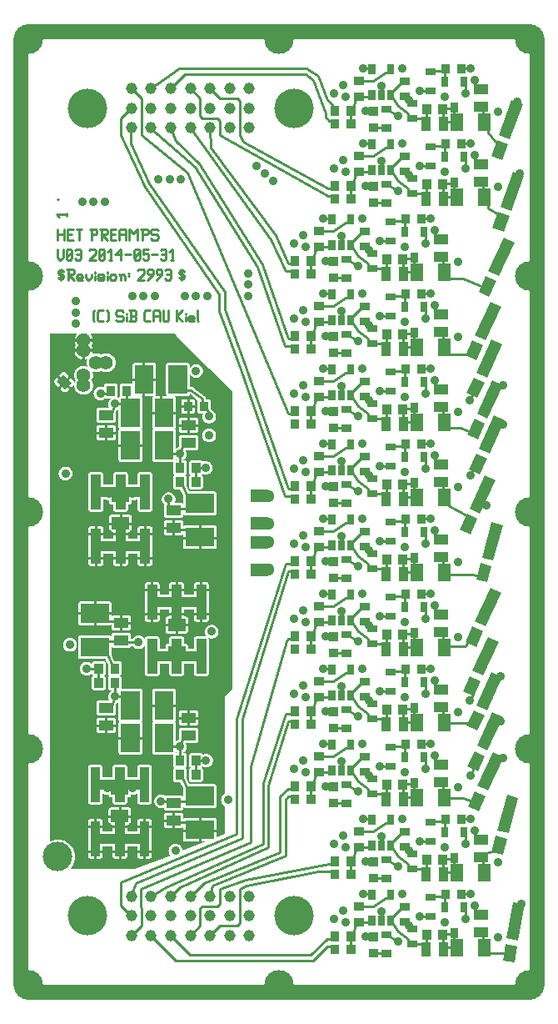
<source format=gbr>
G04 start of page 2 for group 0 idx 0 *
G04 Title: HETPREAMPS, component *
G04 Creator: pcb 1.99z *
G04 CreationDate: Mi 04 Jun 2014 09:27:22 GMT UTC *
G04 For: stephan *
G04 Format: Gerber/RS-274X *
G04 PCB-Dimensions (mil): 2952.76 4724.41 *
G04 PCB-Coordinate-Origin: lower left *
%MOIN*%
%FSLAX25Y25*%
%LNCOMPONENT*%
%ADD35C,0.0236*%
%ADD34C,0.0256*%
%ADD33C,0.0240*%
%ADD32C,0.0252*%
%ADD31C,0.0866*%
%ADD30C,0.0157*%
%ADD29C,0.0550*%
%ADD28C,0.0512*%
%ADD27C,0.0354*%
%ADD26R,0.0750X0.0750*%
%ADD25R,0.0394X0.0394*%
%ADD24C,0.0591*%
%ADD23R,0.0500X0.0500*%
%ADD22R,0.0394X0.0394*%
%ADD21R,0.0280X0.0280*%
%ADD20R,0.0350X0.0350*%
%ADD19C,0.0553*%
%ADD18C,0.1181*%
%ADD17C,0.0472*%
%ADD16C,0.1575*%
%ADD15C,0.0453*%
%ADD14C,0.0098*%
%ADD13C,0.0098*%
%ADD12C,0.0100*%
%ADD11C,0.0001*%
G54D11*G36*
X106750Y245245D02*X108165Y245249D01*
X109254Y242935D01*
X109258Y239523D01*
X109177Y239618D01*
X109057Y239720D01*
X108923Y239802D01*
X108777Y239862D01*
X108624Y239899D01*
X108467Y239908D01*
X106750Y239906D01*
Y245245D01*
G37*
G36*
Y128245D02*X108165Y128249D01*
X109254Y125935D01*
X109258Y122523D01*
X109177Y122618D01*
X109057Y122720D01*
X108923Y122802D01*
X108777Y122862D01*
X108624Y122899D01*
X108467Y122908D01*
X106750Y122906D01*
Y128245D01*
G37*
G36*
X119746Y293695D02*X129000Y284441D01*
Y165441D01*
X126000Y162441D01*
Y123656D01*
X125995Y123654D01*
X125625Y123427D01*
X125295Y123146D01*
X125014Y122816D01*
X124787Y122446D01*
X124621Y122045D01*
X124520Y121623D01*
X124486Y121191D01*
X124520Y120758D01*
X124621Y120337D01*
X124787Y119936D01*
X125014Y119566D01*
X125295Y119236D01*
X125625Y118954D01*
X125995Y118728D01*
X126000Y118726D01*
Y107441D01*
X122746Y106176D01*
X122738Y113097D01*
X122701Y113250D01*
X122641Y113395D01*
X122559Y113529D01*
X122457Y113648D01*
X122338Y113750D01*
X122204Y113832D01*
X122059Y113892D01*
X121906Y113929D01*
X121750Y113938D01*
X119746Y113936D01*
Y117951D01*
X121906Y117953D01*
X122059Y117990D01*
X122204Y118050D01*
X122338Y118132D01*
X122457Y118234D01*
X122559Y118353D01*
X122641Y118487D01*
X122701Y118632D01*
X122738Y118785D01*
X122747Y118941D01*
X122738Y126597D01*
X122701Y126750D01*
X122641Y126895D01*
X122559Y127029D01*
X122457Y127148D01*
X122338Y127250D01*
X122204Y127332D01*
X122059Y127392D01*
X121906Y127429D01*
X121750Y127438D01*
X119746Y127436D01*
Y134474D01*
X119755Y134478D01*
X120125Y134704D01*
X120455Y134986D01*
X120736Y135316D01*
X120963Y135686D01*
X121129Y136087D01*
X121230Y136508D01*
X121256Y136941D01*
X121230Y137373D01*
X121129Y137795D01*
X120963Y138196D01*
X120736Y138566D01*
X120455Y138896D01*
X120125Y139177D01*
X119755Y139404D01*
X119746Y139408D01*
Y185874D01*
X119896Y185812D01*
X120318Y185711D01*
X120750Y185677D01*
X121182Y185711D01*
X121604Y185812D01*
X122005Y185978D01*
X122375Y186204D01*
X122705Y186486D01*
X122986Y186816D01*
X123213Y187186D01*
X123379Y187587D01*
X123480Y188008D01*
X123506Y188441D01*
X123480Y188873D01*
X123379Y189295D01*
X123213Y189696D01*
X122986Y190066D01*
X122705Y190396D01*
X122375Y190677D01*
X122005Y190904D01*
X121604Y191070D01*
X121182Y191171D01*
X120750Y191205D01*
X120318Y191171D01*
X119896Y191070D01*
X119746Y191008D01*
Y221451D01*
X121906Y221453D01*
X122059Y221490D01*
X122204Y221550D01*
X122338Y221632D01*
X122457Y221734D01*
X122559Y221853D01*
X122641Y221987D01*
X122701Y222132D01*
X122738Y222285D01*
X122747Y222441D01*
X122738Y230097D01*
X122701Y230250D01*
X122641Y230395D01*
X122559Y230529D01*
X122457Y230648D01*
X122338Y230750D01*
X122204Y230832D01*
X122059Y230892D01*
X121906Y230929D01*
X121750Y230938D01*
X119746Y230936D01*
Y234951D01*
X121906Y234953D01*
X122059Y234990D01*
X122204Y235050D01*
X122338Y235132D01*
X122457Y235234D01*
X122559Y235353D01*
X122641Y235487D01*
X122701Y235632D01*
X122738Y235785D01*
X122747Y235941D01*
X122738Y243597D01*
X122701Y243750D01*
X122641Y243895D01*
X122559Y244029D01*
X122457Y244148D01*
X122338Y244250D01*
X122204Y244332D01*
X122059Y244392D01*
X121906Y244429D01*
X121750Y244438D01*
X119746Y244436D01*
Y251625D01*
X119875Y251704D01*
X120205Y251986D01*
X120486Y252316D01*
X120713Y252686D01*
X120879Y253087D01*
X120980Y253508D01*
X121006Y253941D01*
X120980Y254373D01*
X120879Y254795D01*
X120713Y255196D01*
X120486Y255566D01*
X120205Y255896D01*
X119875Y256177D01*
X119746Y256257D01*
Y264177D01*
X119750Y264177D01*
X120182Y264211D01*
X120604Y264312D01*
X121005Y264478D01*
X121375Y264704D01*
X121705Y264986D01*
X121986Y265316D01*
X122213Y265686D01*
X122379Y266087D01*
X122480Y266508D01*
X122506Y266941D01*
X122480Y267373D01*
X122379Y267795D01*
X122213Y268196D01*
X121986Y268566D01*
X121705Y268896D01*
X121375Y269177D01*
X121005Y269404D01*
X120604Y269570D01*
X120182Y269671D01*
X119750Y269705D01*
X119746Y269705D01*
Y271677D01*
X119750Y271677D01*
X120182Y271711D01*
X120604Y271812D01*
X121005Y271978D01*
X121375Y272204D01*
X121705Y272486D01*
X121986Y272816D01*
X122213Y273186D01*
X122379Y273587D01*
X122480Y274008D01*
X122506Y274441D01*
X122480Y274873D01*
X122379Y275295D01*
X122213Y275696D01*
X121986Y276066D01*
X121705Y276396D01*
X121375Y276677D01*
X121005Y276904D01*
X120604Y277070D01*
X120560Y277081D01*
X120445Y277505D01*
X120438Y280547D01*
X120401Y280700D01*
X120341Y280845D01*
X120259Y280979D01*
X120157Y281098D01*
X120038Y281200D01*
X119904Y281282D01*
X119759Y281342D01*
X119746Y281345D01*
Y293695D01*
G37*
G36*
Y256257D02*X119505Y256404D01*
X119104Y256570D01*
X118682Y256671D01*
X118250Y256705D01*
X117818Y256671D01*
X117396Y256570D01*
X117043Y256424D01*
X117009Y256479D01*
X116907Y256598D01*
X116788Y256700D01*
X116654Y256782D01*
X116509Y256842D01*
X116479Y256849D01*
Y275495D01*
X117205Y275497D01*
X117121Y275295D01*
X117020Y274873D01*
X116986Y274441D01*
X117020Y274008D01*
X117121Y273587D01*
X117287Y273186D01*
X117514Y272816D01*
X117795Y272486D01*
X118125Y272204D01*
X118495Y271978D01*
X118896Y271812D01*
X119318Y271711D01*
X119746Y271677D01*
Y269705D01*
X119318Y269671D01*
X118896Y269570D01*
X118495Y269404D01*
X118125Y269177D01*
X117795Y268896D01*
X117514Y268566D01*
X117287Y268196D01*
X117121Y267795D01*
X117020Y267373D01*
X116986Y266941D01*
X117020Y266508D01*
X117121Y266087D01*
X117287Y265686D01*
X117514Y265316D01*
X117795Y264986D01*
X118125Y264704D01*
X118495Y264478D01*
X118896Y264312D01*
X119318Y264211D01*
X119746Y264177D01*
Y256257D01*
G37*
G36*
Y244436D02*X116479Y244434D01*
Y245283D01*
X116509Y245290D01*
X116654Y245350D01*
X116788Y245432D01*
X116907Y245534D01*
X117009Y245653D01*
X117091Y245787D01*
X117151Y245932D01*
X117188Y246084D01*
X117197Y246241D01*
X117188Y250297D01*
X117151Y250450D01*
X117091Y250595D01*
X117009Y250729D01*
X116907Y250848D01*
X116788Y250950D01*
X116654Y251032D01*
X116572Y251066D01*
X116654Y251100D01*
X116788Y251182D01*
X116907Y251284D01*
X117009Y251403D01*
X117043Y251458D01*
X117396Y251312D01*
X117818Y251211D01*
X118250Y251177D01*
X118682Y251211D01*
X119104Y251312D01*
X119505Y251478D01*
X119746Y251625D01*
Y244436D01*
G37*
G36*
Y230936D02*X116479Y230934D01*
Y234949D01*
X119746Y234951D01*
Y230936D01*
G37*
G36*
Y191008D02*X119495Y190904D01*
X119125Y190677D01*
X118795Y190396D01*
X118514Y190066D01*
X118287Y189696D01*
X118121Y189295D01*
X118020Y188873D01*
X117986Y188441D01*
X118020Y188008D01*
X118121Y187587D01*
X118287Y187186D01*
X118514Y186816D01*
X118795Y186486D01*
X118812Y186472D01*
X118718Y186495D01*
X118561Y186504D01*
X116479Y186499D01*
Y192382D01*
X118718Y192387D01*
X118871Y192424D01*
X119016Y192484D01*
X119151Y192566D01*
X119270Y192669D01*
X119373Y192788D01*
X119455Y192923D01*
X119515Y193068D01*
X119552Y193221D01*
X119561Y193378D01*
X119552Y207314D01*
X119515Y207467D01*
X119455Y207613D01*
X119373Y207747D01*
X119270Y207867D01*
X119151Y207969D01*
X119016Y208051D01*
X118871Y208111D01*
X118718Y208148D01*
X118561Y208157D01*
X116479Y208153D01*
Y221449D01*
X119746Y221451D01*
Y191008D01*
G37*
G36*
Y139408D02*X119354Y139570D01*
X118932Y139671D01*
X118500Y139705D01*
X118068Y139671D01*
X117646Y139570D01*
X117245Y139404D01*
X117103Y139317D01*
X117091Y139345D01*
X117009Y139479D01*
X116907Y139598D01*
X116788Y139700D01*
X116654Y139782D01*
X116509Y139842D01*
X116479Y139849D01*
Y170729D01*
X118718Y170734D01*
X118871Y170770D01*
X119016Y170831D01*
X119151Y170913D01*
X119270Y171015D01*
X119373Y171135D01*
X119455Y171269D01*
X119515Y171414D01*
X119552Y171567D01*
X119561Y171724D01*
X119552Y185661D01*
X119515Y185814D01*
X119455Y185959D01*
X119412Y186028D01*
X119495Y185978D01*
X119746Y185874D01*
Y139408D01*
G37*
G36*
Y127436D02*X116479Y127434D01*
Y128283D01*
X116509Y128290D01*
X116654Y128350D01*
X116788Y128432D01*
X116907Y128534D01*
X117009Y128653D01*
X117091Y128787D01*
X117151Y128932D01*
X117188Y129084D01*
X117197Y129241D01*
X117188Y133297D01*
X117151Y133450D01*
X117091Y133595D01*
X117009Y133729D01*
X116907Y133848D01*
X116788Y133950D01*
X116654Y134032D01*
X116572Y134066D01*
X116654Y134100D01*
X116788Y134182D01*
X116907Y134284D01*
X117009Y134403D01*
X117091Y134537D01*
X117103Y134565D01*
X117245Y134478D01*
X117646Y134312D01*
X118068Y134211D01*
X118500Y134177D01*
X118932Y134211D01*
X119354Y134312D01*
X119746Y134474D01*
Y127436D01*
G37*
G36*
Y113936D02*X116479Y113934D01*
Y117949D01*
X119746Y117951D01*
Y113936D01*
G37*
G36*
X116479Y296961D02*X119746Y293695D01*
Y281345D01*
X119606Y281379D01*
X119450Y281388D01*
X118479Y281385D01*
X118480Y281392D01*
X118469Y281625D01*
X118464Y281652D01*
X118463Y281673D01*
X118441Y281762D01*
X118423Y281852D01*
X118414Y281875D01*
X118408Y281899D01*
X118373Y281984D01*
X118341Y282070D01*
X118329Y282091D01*
X118320Y282113D01*
X118271Y282192D01*
X118226Y282272D01*
X118211Y282291D01*
X118198Y282311D01*
X118138Y282381D01*
X118081Y282453D01*
X118065Y282467D01*
X118047Y282488D01*
X117870Y282639D01*
X117842Y282657D01*
X116479Y283716D01*
Y290765D01*
X116736Y291066D01*
X116963Y291436D01*
X117129Y291837D01*
X117230Y292258D01*
X117256Y292691D01*
X117230Y293123D01*
X117129Y293545D01*
X116963Y293946D01*
X116736Y294316D01*
X116479Y294617D01*
Y296961D01*
G37*
G36*
Y283716D02*X113433Y286086D01*
X113370Y286139D01*
X113263Y286205D01*
X113215Y286238D01*
X113193Y286248D01*
X113172Y286260D01*
X113087Y286296D01*
X113003Y286334D01*
X112980Y286340D01*
X112958Y286349D01*
X112868Y286371D01*
X112779Y286395D01*
X112755Y286398D01*
X112732Y286404D01*
X112674Y286407D01*
X112548Y286421D01*
X112467Y286417D01*
X111995D01*
X111991Y291548D01*
X112037Y291436D01*
X112264Y291066D01*
X112545Y290736D01*
X112875Y290454D01*
X113245Y290228D01*
X113646Y290062D01*
X114068Y289961D01*
X114500Y289927D01*
X114932Y289961D01*
X115354Y290062D01*
X115755Y290228D01*
X116125Y290454D01*
X116455Y290736D01*
X116479Y290765D01*
Y283716D01*
G37*
G36*
Y244434D02*X111813Y244430D01*
X111500Y245096D01*
Y260978D01*
X114624Y260983D01*
X114777Y261019D01*
X114923Y261080D01*
X115057Y261162D01*
X115177Y261264D01*
X115279Y261384D01*
X115361Y261518D01*
X115421Y261663D01*
X115458Y261817D01*
X115467Y261973D01*
X115458Y266065D01*
X115421Y266218D01*
X115361Y266364D01*
X115279Y266498D01*
X115177Y266618D01*
X115057Y266720D01*
X114923Y266802D01*
X114777Y266862D01*
X114624Y266899D01*
X114467Y266908D01*
X111500Y266904D01*
Y267978D01*
X114624Y267983D01*
X114777Y268019D01*
X114923Y268080D01*
X115057Y268162D01*
X115177Y268264D01*
X115279Y268384D01*
X115361Y268518D01*
X115421Y268663D01*
X115458Y268817D01*
X115467Y268973D01*
X115458Y273065D01*
X115421Y273218D01*
X115361Y273364D01*
X115279Y273498D01*
X115177Y273618D01*
X115057Y273720D01*
X114923Y273802D01*
X114777Y273862D01*
X114624Y273899D01*
X114467Y273908D01*
X111500Y273904D01*
Y275499D01*
X113206Y275503D01*
X113359Y275540D01*
X113504Y275600D01*
X113638Y275682D01*
X113757Y275784D01*
X113859Y275903D01*
X113941Y276037D01*
X114001Y276182D01*
X114038Y276334D01*
X114047Y276491D01*
X114038Y280547D01*
X114001Y280700D01*
X113941Y280845D01*
X113859Y280979D01*
X113757Y281098D01*
X113638Y281200D01*
X113504Y281282D01*
X113359Y281342D01*
X113206Y281379D01*
X113050Y281388D01*
X111500Y281384D01*
Y282578D01*
X111588Y282632D01*
X111707Y282734D01*
X111809Y282853D01*
X111891Y282987D01*
X111951Y283132D01*
X111988Y283285D01*
X111997Y283441D01*
X111997Y283462D01*
X115160Y281001D01*
X115141Y280979D01*
X115059Y280845D01*
X114999Y280700D01*
X114962Y280547D01*
X114953Y280391D01*
X114962Y276334D01*
X114999Y276182D01*
X115059Y276037D01*
X115141Y275903D01*
X115243Y275784D01*
X115362Y275682D01*
X115496Y275600D01*
X115641Y275540D01*
X115794Y275503D01*
X115950Y275494D01*
X116479Y275495D01*
Y256849D01*
X116356Y256879D01*
X116200Y256888D01*
X112544Y256879D01*
X112391Y256842D01*
X112246Y256782D01*
X112112Y256700D01*
X111993Y256598D01*
X111891Y256479D01*
X111809Y256345D01*
X111749Y256200D01*
X111712Y256047D01*
X111703Y255891D01*
X111712Y251834D01*
X111749Y251682D01*
X111809Y251537D01*
X111891Y251403D01*
X111993Y251284D01*
X112112Y251182D01*
X112246Y251100D01*
X112328Y251066D01*
X112246Y251032D01*
X112112Y250950D01*
X111993Y250848D01*
X111891Y250729D01*
X111809Y250595D01*
X111749Y250450D01*
X111712Y250297D01*
X111703Y250141D01*
X111712Y246084D01*
X111749Y245932D01*
X111809Y245787D01*
X111891Y245653D01*
X111993Y245534D01*
X112112Y245432D01*
X112246Y245350D01*
X112391Y245290D01*
X112544Y245253D01*
X112700Y245244D01*
X116356Y245253D01*
X116479Y245283D01*
Y244434D01*
G37*
G36*
Y230934D02*X111500Y230930D01*
Y234945D01*
X116479Y234949D01*
Y230934D01*
G37*
G36*
Y208153D02*X114467Y208148D01*
X114314Y208111D01*
X114169Y208051D01*
X114034Y207969D01*
X113915Y207867D01*
X113813Y207747D01*
X113730Y207613D01*
X113670Y207467D01*
X113633Y207314D01*
X113624Y207157D01*
X113627Y203235D01*
X111500Y203234D01*
Y221445D01*
X116479Y221449D01*
Y208153D01*
G37*
G36*
Y186499D02*X114467Y186495D01*
X114314Y186458D01*
X114169Y186398D01*
X114034Y186315D01*
X113915Y186213D01*
X113813Y186094D01*
X113730Y185959D01*
X113670Y185814D01*
X113633Y185661D01*
X113624Y185504D01*
X113627Y181581D01*
X111500Y181580D01*
Y197306D01*
X113631Y197307D01*
X113633Y193221D01*
X113670Y193068D01*
X113730Y192923D01*
X113813Y192788D01*
X113915Y192669D01*
X114034Y192566D01*
X114169Y192484D01*
X114314Y192424D01*
X114467Y192387D01*
X114624Y192378D01*
X116479Y192382D01*
Y186499D01*
G37*
G36*
Y127434D02*X111813Y127430D01*
X111500Y128096D01*
Y143978D01*
X114624Y143983D01*
X114777Y144019D01*
X114923Y144080D01*
X115057Y144162D01*
X115177Y144264D01*
X115279Y144384D01*
X115361Y144518D01*
X115421Y144663D01*
X115458Y144817D01*
X115467Y144973D01*
X115458Y149065D01*
X115421Y149218D01*
X115361Y149364D01*
X115279Y149498D01*
X115177Y149618D01*
X115057Y149720D01*
X114923Y149802D01*
X114777Y149862D01*
X114624Y149899D01*
X114467Y149908D01*
X111500Y149904D01*
Y150978D01*
X114624Y150983D01*
X114777Y151019D01*
X114923Y151080D01*
X115057Y151162D01*
X115177Y151264D01*
X115279Y151384D01*
X115361Y151518D01*
X115421Y151663D01*
X115458Y151817D01*
X115467Y151973D01*
X115458Y156065D01*
X115421Y156218D01*
X115361Y156364D01*
X115279Y156498D01*
X115177Y156618D01*
X115057Y156720D01*
X114923Y156802D01*
X114777Y156862D01*
X114624Y156899D01*
X114467Y156908D01*
X111500Y156904D01*
Y175652D01*
X113631Y175653D01*
X113633Y171567D01*
X113670Y171414D01*
X113730Y171269D01*
X113813Y171135D01*
X113915Y171015D01*
X114034Y170913D01*
X114169Y170831D01*
X114314Y170770D01*
X114467Y170734D01*
X114624Y170724D01*
X116479Y170729D01*
Y139849D01*
X116356Y139879D01*
X116200Y139888D01*
X112544Y139879D01*
X112391Y139842D01*
X112246Y139782D01*
X112112Y139700D01*
X111993Y139598D01*
X111891Y139479D01*
X111809Y139345D01*
X111749Y139200D01*
X111712Y139047D01*
X111703Y138891D01*
X111712Y134834D01*
X111749Y134682D01*
X111809Y134537D01*
X111891Y134403D01*
X111993Y134284D01*
X112112Y134182D01*
X112246Y134100D01*
X112328Y134066D01*
X112246Y134032D01*
X112112Y133950D01*
X111993Y133848D01*
X111891Y133729D01*
X111809Y133595D01*
X111749Y133450D01*
X111712Y133297D01*
X111703Y133141D01*
X111712Y129084D01*
X111749Y128932D01*
X111809Y128787D01*
X111891Y128653D01*
X111993Y128534D01*
X112112Y128432D01*
X112246Y128350D01*
X112391Y128290D01*
X112544Y128253D01*
X112700Y128244D01*
X116356Y128253D01*
X116479Y128283D01*
Y127434D01*
G37*
G36*
Y113934D02*X111500Y113930D01*
Y117945D01*
X116479Y117949D01*
Y113934D01*
G37*
G36*
X111500Y301941D02*X116479Y296961D01*
Y294617D01*
X116455Y294646D01*
X116125Y294927D01*
X115755Y295154D01*
X115354Y295320D01*
X114932Y295421D01*
X114500Y295455D01*
X114068Y295421D01*
X113646Y295320D01*
X113245Y295154D01*
X112875Y294927D01*
X112545Y294646D01*
X112264Y294316D01*
X112037Y293946D01*
X111989Y293830D01*
X111988Y295097D01*
X111951Y295250D01*
X111891Y295395D01*
X111809Y295529D01*
X111707Y295648D01*
X111588Y295750D01*
X111500Y295804D01*
Y301941D01*
G37*
G36*
Y266904D02*X108376Y266899D01*
X108223Y266862D01*
X108077Y266802D01*
X107943Y266720D01*
X107823Y266618D01*
X107721Y266498D01*
X107639Y266364D01*
X107579Y266218D01*
X107542Y266065D01*
X107532Y265908D01*
X107540Y262729D01*
X107335Y262116D01*
X107146Y262070D01*
X106750Y261906D01*
Y282448D01*
X111156Y282453D01*
X111309Y282490D01*
X111454Y282550D01*
X111500Y282578D01*
Y281384D01*
X109394Y281379D01*
X109241Y281342D01*
X109096Y281282D01*
X108962Y281200D01*
X108843Y281098D01*
X108741Y280979D01*
X108659Y280845D01*
X108599Y280700D01*
X108562Y280547D01*
X108553Y280391D01*
X108562Y276334D01*
X108599Y276182D01*
X108659Y276037D01*
X108741Y275903D01*
X108843Y275784D01*
X108962Y275682D01*
X109096Y275600D01*
X109241Y275540D01*
X109394Y275503D01*
X109550Y275494D01*
X111500Y275499D01*
Y273904D01*
X108376Y273899D01*
X108223Y273862D01*
X108077Y273802D01*
X107943Y273720D01*
X107823Y273618D01*
X107721Y273498D01*
X107639Y273364D01*
X107579Y273218D01*
X107542Y273065D01*
X107532Y272908D01*
X107542Y268817D01*
X107579Y268663D01*
X107639Y268518D01*
X107721Y268384D01*
X107823Y268264D01*
X107943Y268162D01*
X108077Y268080D01*
X108223Y268019D01*
X108376Y267983D01*
X108532Y267973D01*
X111500Y267978D01*
Y266904D01*
G37*
G36*
Y245096D02*X110796Y246591D01*
X110788Y250297D01*
X110751Y250450D01*
X110691Y250595D01*
X110609Y250729D01*
X110507Y250848D01*
X110388Y250950D01*
X110254Y251032D01*
X110172Y251066D01*
X110254Y251100D01*
X110388Y251182D01*
X110507Y251284D01*
X110609Y251403D01*
X110691Y251537D01*
X110751Y251682D01*
X110788Y251834D01*
X110797Y251991D01*
X110788Y256047D01*
X110751Y256200D01*
X110691Y256345D01*
X110609Y256479D01*
X110507Y256598D01*
X110388Y256700D01*
X110254Y256782D01*
X110109Y256842D01*
X109956Y256879D01*
X109800Y256888D01*
X109476Y256887D01*
Y257113D01*
X109625Y257204D01*
X109955Y257486D01*
X110236Y257816D01*
X110463Y258186D01*
X110629Y258587D01*
X110730Y259008D01*
X110756Y259441D01*
X110730Y259873D01*
X110629Y260295D01*
X110463Y260696D01*
X110291Y260976D01*
X111500Y260978D01*
Y245096D01*
G37*
G36*
Y230930D02*X110094Y230929D01*
X109941Y230892D01*
X109796Y230832D01*
X109662Y230750D01*
X109543Y230648D01*
X109462Y230553D01*
X109458Y232065D01*
X109421Y232218D01*
X109361Y232364D01*
X109279Y232498D01*
X109177Y232618D01*
X109057Y232720D01*
X108923Y232802D01*
X108777Y232862D01*
X108624Y232899D01*
X108467Y232908D01*
X106750Y232906D01*
Y233980D01*
X108624Y233983D01*
X108777Y234019D01*
X108923Y234080D01*
X109057Y234162D01*
X109177Y234264D01*
X109279Y234384D01*
X109361Y234518D01*
X109421Y234663D01*
X109458Y234817D01*
X109467Y234973D01*
X109467Y235323D01*
X109543Y235234D01*
X109662Y235132D01*
X109796Y235050D01*
X109941Y234990D01*
X110094Y234953D01*
X110250Y234944D01*
X111500Y234945D01*
Y230930D01*
G37*
G36*
Y203234D02*X109712Y203233D01*
X109709Y207314D01*
X109672Y207467D01*
X109612Y207613D01*
X109530Y207747D01*
X109428Y207867D01*
X109308Y207969D01*
X109174Y208051D01*
X109028Y208111D01*
X108875Y208148D01*
X108718Y208157D01*
X106750Y208153D01*
Y226980D01*
X108624Y226983D01*
X108777Y227019D01*
X108923Y227080D01*
X109057Y227162D01*
X109177Y227264D01*
X109256Y227357D01*
X109262Y222285D01*
X109299Y222132D01*
X109359Y221987D01*
X109441Y221853D01*
X109543Y221734D01*
X109662Y221632D01*
X109796Y221550D01*
X109941Y221490D01*
X110094Y221453D01*
X110250Y221444D01*
X111500Y221445D01*
Y203234D01*
G37*
G36*
Y181580D02*X111240Y181580D01*
X111238Y182847D01*
X111201Y183000D01*
X111141Y183145D01*
X111059Y183279D01*
X110957Y183398D01*
X110838Y183500D01*
X110704Y183582D01*
X110559Y183642D01*
X110406Y183679D01*
X110250Y183688D01*
X109711Y183687D01*
X109709Y185661D01*
X109672Y185814D01*
X109612Y185959D01*
X109530Y186094D01*
X109428Y186213D01*
X109308Y186315D01*
X109174Y186398D01*
X109028Y186458D01*
X108875Y186495D01*
X108718Y186504D01*
X106750Y186499D01*
Y187698D01*
X110406Y187703D01*
X110559Y187740D01*
X110704Y187800D01*
X110838Y187882D01*
X110957Y187984D01*
X111059Y188103D01*
X111141Y188237D01*
X111201Y188382D01*
X111238Y188535D01*
X111247Y188691D01*
X111238Y193847D01*
X111201Y194000D01*
X111141Y194145D01*
X111059Y194279D01*
X110957Y194398D01*
X110838Y194500D01*
X110704Y194582D01*
X110559Y194642D01*
X110406Y194679D01*
X110250Y194688D01*
X109718Y194687D01*
X109716Y197305D01*
X111500Y197306D01*
Y181580D01*
G37*
G36*
Y149904D02*X108376Y149899D01*
X108223Y149862D01*
X108077Y149802D01*
X107943Y149720D01*
X107823Y149618D01*
X107721Y149498D01*
X107639Y149364D01*
X107579Y149218D01*
X107542Y149065D01*
X107532Y148908D01*
X107540Y145729D01*
X107335Y145116D01*
X107146Y145070D01*
X106750Y144906D01*
Y170729D01*
X108875Y170734D01*
X109028Y170770D01*
X109174Y170831D01*
X109308Y170913D01*
X109428Y171015D01*
X109530Y171135D01*
X109612Y171269D01*
X109672Y171414D01*
X109709Y171567D01*
X109718Y171724D01*
X109716Y175652D01*
X111500Y175652D01*
Y156904D01*
X108376Y156899D01*
X108223Y156862D01*
X108077Y156802D01*
X107943Y156720D01*
X107823Y156618D01*
X107721Y156498D01*
X107639Y156364D01*
X107579Y156218D01*
X107542Y156065D01*
X107532Y155908D01*
X107542Y151817D01*
X107579Y151663D01*
X107639Y151518D01*
X107721Y151384D01*
X107823Y151264D01*
X107943Y151162D01*
X108077Y151080D01*
X108223Y151019D01*
X108376Y150983D01*
X108532Y150973D01*
X111500Y150978D01*
Y149904D01*
G37*
G36*
Y128096D02*X110796Y129591D01*
X110788Y133297D01*
X110751Y133450D01*
X110691Y133595D01*
X110609Y133729D01*
X110507Y133848D01*
X110388Y133950D01*
X110254Y134032D01*
X110172Y134066D01*
X110254Y134100D01*
X110388Y134182D01*
X110507Y134284D01*
X110609Y134403D01*
X110691Y134537D01*
X110751Y134682D01*
X110788Y134834D01*
X110797Y134991D01*
X110788Y139047D01*
X110751Y139200D01*
X110691Y139345D01*
X110609Y139479D01*
X110507Y139598D01*
X110388Y139700D01*
X110254Y139782D01*
X110109Y139842D01*
X109956Y139879D01*
X109800Y139888D01*
X109476Y139887D01*
Y140113D01*
X109625Y140204D01*
X109955Y140486D01*
X110236Y140816D01*
X110463Y141186D01*
X110629Y141587D01*
X110730Y142008D01*
X110756Y142441D01*
X110730Y142873D01*
X110629Y143295D01*
X110463Y143696D01*
X110291Y143976D01*
X111500Y143978D01*
Y128096D01*
G37*
G36*
Y113930D02*X110094Y113929D01*
X109941Y113892D01*
X109796Y113832D01*
X109662Y113750D01*
X109543Y113648D01*
X109462Y113553D01*
X109458Y115065D01*
X109421Y115218D01*
X109361Y115364D01*
X109279Y115498D01*
X109177Y115618D01*
X109057Y115720D01*
X108923Y115802D01*
X108777Y115862D01*
X108624Y115899D01*
X108467Y115908D01*
X106750Y115906D01*
Y116980D01*
X108624Y116983D01*
X108777Y117019D01*
X108923Y117080D01*
X109057Y117162D01*
X109177Y117264D01*
X109279Y117384D01*
X109361Y117518D01*
X109421Y117663D01*
X109458Y117817D01*
X109467Y117973D01*
X109467Y118323D01*
X109543Y118234D01*
X109662Y118132D01*
X109796Y118050D01*
X109941Y117990D01*
X110094Y117953D01*
X110250Y117944D01*
X111500Y117945D01*
Y113930D01*
G37*
G36*
X106750Y306691D02*X111500Y301941D01*
Y295804D01*
X111454Y295832D01*
X111309Y295892D01*
X111156Y295929D01*
X111000Y295938D01*
X106750Y295933D01*
Y306691D01*
G37*
G36*
Y109980D02*X108624Y109983D01*
X108777Y110019D01*
X108923Y110080D01*
X109057Y110162D01*
X109177Y110264D01*
X109256Y110357D01*
X109262Y105285D01*
X109299Y105132D01*
X109359Y104987D01*
X109441Y104853D01*
X109543Y104734D01*
X109662Y104632D01*
X109796Y104550D01*
X109941Y104490D01*
X110094Y104453D01*
X110250Y104444D01*
X118310Y104450D01*
X108999Y100830D01*
X109006Y100941D01*
X108980Y101373D01*
X108879Y101795D01*
X108713Y102196D01*
X108486Y102566D01*
X108205Y102896D01*
X107875Y103177D01*
X107505Y103404D01*
X107104Y103570D01*
X106750Y103655D01*
Y109980D01*
G37*
G36*
Y261906D02*X106745Y261904D01*
X106493Y261750D01*
X106488Y268847D01*
X106451Y269000D01*
X106391Y269145D01*
X106309Y269279D01*
X106207Y269398D01*
X106157Y269441D01*
X106207Y269484D01*
X106309Y269603D01*
X106391Y269737D01*
X106451Y269882D01*
X106488Y270035D01*
X106497Y270191D01*
X106488Y281847D01*
X106451Y282000D01*
X106391Y282145D01*
X106309Y282279D01*
X106207Y282398D01*
X106150Y282447D01*
X106750Y282448D01*
Y261906D01*
G37*
G36*
X84250Y256226D02*X84344Y256203D01*
X84500Y256194D01*
X92156Y256203D01*
X92309Y256240D01*
X92454Y256300D01*
X92588Y256382D01*
X92707Y256484D01*
X92809Y256603D01*
X92891Y256737D01*
X92951Y256882D01*
X92988Y257035D01*
X92997Y257191D01*
X92988Y268847D01*
X92951Y269000D01*
X92891Y269145D01*
X92809Y269279D01*
X92707Y269398D01*
X92657Y269441D01*
X92707Y269484D01*
X92809Y269603D01*
X92891Y269737D01*
X92951Y269882D01*
X92988Y270035D01*
X92997Y270191D01*
X92988Y281847D01*
X92951Y282000D01*
X92891Y282145D01*
X92809Y282279D01*
X92707Y282398D01*
X92650Y282447D01*
X97357Y282453D01*
X97293Y282398D01*
X97191Y282279D01*
X97109Y282145D01*
X97049Y282000D01*
X97012Y281847D01*
X97003Y281691D01*
X97012Y270035D01*
X97049Y269882D01*
X97109Y269737D01*
X97191Y269603D01*
X97293Y269484D01*
X97343Y269441D01*
X97293Y269398D01*
X97191Y269279D01*
X97109Y269145D01*
X97049Y269000D01*
X97012Y268847D01*
X97003Y268691D01*
X97012Y257035D01*
X97049Y256882D01*
X97109Y256737D01*
X97191Y256603D01*
X97293Y256484D01*
X97412Y256382D01*
X97546Y256300D01*
X97691Y256240D01*
X97844Y256203D01*
X98000Y256194D01*
X105350Y256203D01*
X105349Y256200D01*
X105312Y256047D01*
X105303Y255891D01*
X105312Y251834D01*
X105349Y251682D01*
X105409Y251537D01*
X105491Y251403D01*
X105593Y251284D01*
X105712Y251182D01*
X105846Y251100D01*
X105928Y251066D01*
X105846Y251032D01*
X105712Y250950D01*
X105593Y250848D01*
X105491Y250729D01*
X105409Y250595D01*
X105349Y250450D01*
X105312Y250297D01*
X105303Y250141D01*
X105312Y246084D01*
X105349Y245932D01*
X105409Y245787D01*
X105491Y245653D01*
X105593Y245534D01*
X105712Y245432D01*
X105846Y245350D01*
X105991Y245290D01*
X106144Y245253D01*
X106300Y245244D01*
X106750Y245245D01*
Y239906D01*
X105791Y239904D01*
X105963Y240186D01*
X106129Y240587D01*
X106230Y241008D01*
X106256Y241441D01*
X106230Y241873D01*
X106129Y242295D01*
X105963Y242696D01*
X105736Y243066D01*
X105455Y243396D01*
X105125Y243677D01*
X104755Y243904D01*
X104354Y244070D01*
X103932Y244171D01*
X103500Y244205D01*
X103068Y244171D01*
X102646Y244070D01*
X102245Y243904D01*
X101875Y243677D01*
X101545Y243396D01*
X101264Y243066D01*
X101037Y242696D01*
X100871Y242295D01*
X100770Y241873D01*
X100736Y241441D01*
X100770Y241008D01*
X100871Y240587D01*
X101037Y240186D01*
X101264Y239816D01*
X101545Y239486D01*
X101656Y239392D01*
X101639Y239364D01*
X101579Y239218D01*
X101542Y239065D01*
X101532Y238908D01*
X101542Y234817D01*
X101579Y234663D01*
X101639Y234518D01*
X101721Y234384D01*
X101823Y234264D01*
X101943Y234162D01*
X102077Y234080D01*
X102223Y234019D01*
X102376Y233983D01*
X102532Y233973D01*
X106750Y233980D01*
Y232906D01*
X102376Y232899D01*
X102223Y232862D01*
X102077Y232802D01*
X101943Y232720D01*
X101823Y232618D01*
X101721Y232498D01*
X101639Y232364D01*
X101579Y232218D01*
X101542Y232065D01*
X101532Y231908D01*
X101542Y227817D01*
X101579Y227663D01*
X101639Y227518D01*
X101721Y227384D01*
X101823Y227264D01*
X101943Y227162D01*
X102077Y227080D01*
X102223Y227019D01*
X102376Y226983D01*
X102532Y226973D01*
X106750Y226980D01*
Y208153D01*
X104625Y208148D01*
X104472Y208111D01*
X104326Y208051D01*
X104192Y207969D01*
X104072Y207867D01*
X103970Y207747D01*
X103888Y207613D01*
X103828Y207467D01*
X103791Y207314D01*
X103781Y207157D01*
X103784Y203230D01*
X99869Y203228D01*
X99867Y207314D01*
X99830Y207467D01*
X99770Y207613D01*
X99687Y207747D01*
X99585Y207867D01*
X99466Y207969D01*
X99331Y208051D01*
X99186Y208111D01*
X99033Y208148D01*
X98876Y208157D01*
X94782Y208148D01*
X94629Y208111D01*
X94484Y208051D01*
X94349Y207969D01*
X94230Y207867D01*
X94127Y207747D01*
X94045Y207613D01*
X93985Y207467D01*
X93948Y207314D01*
X93939Y207157D01*
X93948Y193221D01*
X93985Y193068D01*
X94045Y192923D01*
X94127Y192788D01*
X94230Y192669D01*
X94349Y192566D01*
X94484Y192484D01*
X94629Y192424D01*
X94782Y192387D01*
X94939Y192378D01*
X99033Y192387D01*
X99186Y192424D01*
X99331Y192484D01*
X99466Y192566D01*
X99585Y192669D01*
X99687Y192788D01*
X99770Y192923D01*
X99830Y193068D01*
X99867Y193221D01*
X99876Y193378D01*
X99873Y197301D01*
X103788Y197302D01*
X103790Y194680D01*
X103094Y194679D01*
X102941Y194642D01*
X102796Y194582D01*
X102662Y194500D01*
X102543Y194398D01*
X102441Y194279D01*
X102359Y194145D01*
X102299Y194000D01*
X102262Y193847D01*
X102253Y193691D01*
X102262Y188535D01*
X102299Y188382D01*
X102359Y188237D01*
X102441Y188103D01*
X102543Y187984D01*
X102662Y187882D01*
X102796Y187800D01*
X102941Y187740D01*
X103094Y187703D01*
X103250Y187694D01*
X106750Y187698D01*
Y186499D01*
X104625Y186495D01*
X104472Y186458D01*
X104326Y186398D01*
X104192Y186315D01*
X104072Y186213D01*
X103970Y186094D01*
X103888Y185959D01*
X103828Y185814D01*
X103791Y185661D01*
X103781Y185504D01*
X103783Y183680D01*
X103094Y183679D01*
X102941Y183642D01*
X102796Y183582D01*
X102662Y183500D01*
X102543Y183398D01*
X102441Y183279D01*
X102359Y183145D01*
X102299Y183000D01*
X102262Y182847D01*
X102253Y182691D01*
X102255Y181576D01*
X99869Y181575D01*
X99867Y185661D01*
X99830Y185814D01*
X99770Y185959D01*
X99687Y186094D01*
X99585Y186213D01*
X99466Y186315D01*
X99331Y186398D01*
X99186Y186458D01*
X99033Y186495D01*
X98876Y186504D01*
X94782Y186495D01*
X94629Y186458D01*
X94484Y186398D01*
X94349Y186315D01*
X94230Y186213D01*
X94127Y186094D01*
X94045Y185959D01*
X93985Y185814D01*
X93948Y185661D01*
X93939Y185504D01*
X93939Y185485D01*
X93736Y185816D01*
X93455Y186146D01*
X93125Y186427D01*
X92755Y186654D01*
X92354Y186820D01*
X91932Y186921D01*
X91500Y186955D01*
X91068Y186921D01*
X90646Y186820D01*
X90245Y186654D01*
X89875Y186427D01*
X89545Y186146D01*
X89264Y185816D01*
X89173Y185667D01*
X88461D01*
X88458Y187065D01*
X88421Y187218D01*
X88361Y187364D01*
X88279Y187498D01*
X88177Y187618D01*
X88057Y187720D01*
X87923Y187802D01*
X87777Y187862D01*
X87624Y187899D01*
X87467Y187908D01*
X84250Y187904D01*
Y188978D01*
X87624Y188983D01*
X87777Y189019D01*
X87923Y189080D01*
X88057Y189162D01*
X88177Y189264D01*
X88279Y189384D01*
X88361Y189518D01*
X88421Y189663D01*
X88458Y189817D01*
X88467Y189973D01*
X88458Y194065D01*
X88421Y194218D01*
X88361Y194364D01*
X88279Y194498D01*
X88177Y194618D01*
X88057Y194720D01*
X87923Y194802D01*
X87777Y194862D01*
X87624Y194899D01*
X87467Y194908D01*
X84250Y194904D01*
Y214729D01*
X86375Y214734D01*
X86528Y214770D01*
X86674Y214831D01*
X86808Y214913D01*
X86928Y215015D01*
X87030Y215135D01*
X87112Y215269D01*
X87172Y215414D01*
X87209Y215567D01*
X87218Y215724D01*
X87216Y219652D01*
X91131Y219653D01*
X91133Y215567D01*
X91170Y215414D01*
X91230Y215269D01*
X91313Y215135D01*
X91415Y215015D01*
X91534Y214913D01*
X91669Y214831D01*
X91814Y214770D01*
X91967Y214734D01*
X92124Y214724D01*
X96218Y214734D01*
X96371Y214770D01*
X96516Y214831D01*
X96651Y214913D01*
X96770Y215015D01*
X96873Y215135D01*
X96955Y215269D01*
X97015Y215414D01*
X97052Y215567D01*
X97061Y215724D01*
X97052Y229661D01*
X97015Y229814D01*
X96955Y229959D01*
X96873Y230094D01*
X96770Y230213D01*
X96651Y230315D01*
X96516Y230398D01*
X96371Y230458D01*
X96218Y230495D01*
X96061Y230504D01*
X91967Y230495D01*
X91814Y230458D01*
X91669Y230398D01*
X91534Y230315D01*
X91415Y230213D01*
X91313Y230094D01*
X91230Y229959D01*
X91170Y229814D01*
X91133Y229661D01*
X91124Y229504D01*
X91127Y225581D01*
X87212Y225579D01*
X87210Y228202D01*
X87906Y228203D01*
X88059Y228240D01*
X88204Y228300D01*
X88338Y228382D01*
X88457Y228484D01*
X88559Y228603D01*
X88641Y228737D01*
X88701Y228882D01*
X88738Y229035D01*
X88747Y229191D01*
X88738Y234347D01*
X88701Y234500D01*
X88641Y234645D01*
X88559Y234779D01*
X88457Y234898D01*
X88338Y235000D01*
X88204Y235082D01*
X88059Y235142D01*
X87906Y235179D01*
X87750Y235188D01*
X84250Y235183D01*
Y236382D01*
X86375Y236387D01*
X86528Y236424D01*
X86674Y236484D01*
X86808Y236566D01*
X86928Y236669D01*
X87030Y236788D01*
X87112Y236923D01*
X87172Y237068D01*
X87209Y237221D01*
X87218Y237378D01*
X87217Y239202D01*
X87906Y239203D01*
X88059Y239240D01*
X88204Y239300D01*
X88338Y239382D01*
X88457Y239484D01*
X88559Y239603D01*
X88641Y239737D01*
X88701Y239882D01*
X88738Y240035D01*
X88747Y240191D01*
X88746Y240947D01*
X89000Y240927D01*
X89432Y240961D01*
X89854Y241062D01*
X90255Y241228D01*
X90384Y241307D01*
X91131Y241307D01*
X91133Y237221D01*
X91170Y237068D01*
X91230Y236923D01*
X91313Y236788D01*
X91415Y236669D01*
X91534Y236566D01*
X91669Y236484D01*
X91814Y236424D01*
X91967Y236387D01*
X92124Y236378D01*
X96218Y236387D01*
X96371Y236424D01*
X96516Y236484D01*
X96651Y236566D01*
X96770Y236669D01*
X96873Y236788D01*
X96955Y236923D01*
X97015Y237068D01*
X97052Y237221D01*
X97061Y237378D01*
X97052Y251314D01*
X97015Y251467D01*
X96955Y251613D01*
X96873Y251747D01*
X96770Y251867D01*
X96651Y251969D01*
X96516Y252051D01*
X96371Y252111D01*
X96218Y252148D01*
X96061Y252157D01*
X91967Y252148D01*
X91814Y252111D01*
X91669Y252051D01*
X91534Y251969D01*
X91415Y251867D01*
X91313Y251747D01*
X91230Y251613D01*
X91170Y251467D01*
X91133Y251314D01*
X91124Y251157D01*
X91127Y247235D01*
X87212Y247233D01*
X87209Y251314D01*
X87172Y251467D01*
X87112Y251613D01*
X87030Y251747D01*
X86928Y251867D01*
X86808Y251969D01*
X86674Y252051D01*
X86528Y252111D01*
X86375Y252148D01*
X86218Y252157D01*
X84250Y252153D01*
Y256226D01*
G37*
G36*
Y307441D02*X106000D01*
X106750Y306691D01*
Y295933D01*
X103344Y295929D01*
X103191Y295892D01*
X103046Y295832D01*
X102912Y295750D01*
X102793Y295648D01*
X102691Y295529D01*
X102609Y295395D01*
X102549Y295250D01*
X102512Y295097D01*
X102503Y294941D01*
X102512Y283285D01*
X102549Y283132D01*
X102609Y282987D01*
X102691Y282853D01*
X102793Y282734D01*
X102850Y282685D01*
X98143Y282679D01*
X98207Y282734D01*
X98309Y282853D01*
X98391Y282987D01*
X98451Y283132D01*
X98488Y283285D01*
X98497Y283441D01*
X98488Y295097D01*
X98451Y295250D01*
X98391Y295395D01*
X98309Y295529D01*
X98207Y295648D01*
X98088Y295750D01*
X97954Y295832D01*
X97809Y295892D01*
X97656Y295929D01*
X97500Y295938D01*
X89844Y295929D01*
X89691Y295892D01*
X89546Y295832D01*
X89412Y295750D01*
X89293Y295648D01*
X89191Y295529D01*
X89109Y295395D01*
X89049Y295250D01*
X89012Y295097D01*
X89003Y294941D01*
X89009Y287468D01*
X88904Y287532D01*
X88759Y287592D01*
X88606Y287629D01*
X88450Y287638D01*
X84794Y287629D01*
X84641Y287592D01*
X84496Y287532D01*
X84362Y287450D01*
X84250Y287354D01*
Y307441D01*
G37*
G36*
X101532Y114908D02*X101542Y110817D01*
X101579Y110663D01*
X101639Y110518D01*
X101721Y110384D01*
X101823Y110264D01*
X101943Y110162D01*
X102077Y110080D01*
X102223Y110019D01*
X102376Y109983D01*
X102532Y109973D01*
X106750Y109980D01*
Y103655D01*
X106682Y103671D01*
X106250Y103705D01*
X105818Y103671D01*
X105396Y103570D01*
X104995Y103404D01*
X104625Y103177D01*
X104295Y102896D01*
X104014Y102566D01*
X103787Y102196D01*
X103621Y101795D01*
X103520Y101373D01*
X103486Y100941D01*
X103520Y100508D01*
X103621Y100087D01*
X103787Y99686D01*
X104014Y99316D01*
X104286Y98997D01*
X90000Y93441D01*
X84250D01*
Y97729D01*
X86125Y97734D01*
X86278Y97770D01*
X86424Y97831D01*
X86558Y97913D01*
X86678Y98015D01*
X86780Y98135D01*
X86862Y98269D01*
X86922Y98414D01*
X86959Y98567D01*
X86968Y98724D01*
X86966Y102652D01*
X90881Y102653D01*
X90883Y98567D01*
X90920Y98414D01*
X90980Y98269D01*
X91063Y98135D01*
X91165Y98015D01*
X91284Y97913D01*
X91419Y97831D01*
X91564Y97770D01*
X91717Y97734D01*
X91874Y97724D01*
X95968Y97734D01*
X96121Y97770D01*
X96266Y97831D01*
X96401Y97913D01*
X96520Y98015D01*
X96623Y98135D01*
X96705Y98269D01*
X96765Y98414D01*
X96802Y98567D01*
X96811Y98724D01*
X96802Y112661D01*
X96765Y112814D01*
X96705Y112959D01*
X96623Y113094D01*
X96520Y113213D01*
X96401Y113315D01*
X96266Y113398D01*
X96121Y113458D01*
X95968Y113495D01*
X95811Y113504D01*
X91717Y113495D01*
X91564Y113458D01*
X91419Y113398D01*
X91284Y113315D01*
X91165Y113213D01*
X91063Y113094D01*
X90980Y112959D01*
X90920Y112814D01*
X90883Y112661D01*
X90874Y112504D01*
X90877Y108581D01*
X86962Y108579D01*
X86960Y111202D01*
X87656Y111203D01*
X87809Y111240D01*
X87954Y111300D01*
X88088Y111382D01*
X88207Y111484D01*
X88309Y111603D01*
X88391Y111737D01*
X88451Y111882D01*
X88488Y112035D01*
X88497Y112191D01*
X88488Y117347D01*
X88451Y117500D01*
X88391Y117645D01*
X88309Y117779D01*
X88207Y117898D01*
X88088Y118000D01*
X87954Y118082D01*
X87809Y118142D01*
X87656Y118179D01*
X87500Y118188D01*
X84250Y118184D01*
Y119383D01*
X86125Y119387D01*
X86278Y119424D01*
X86424Y119484D01*
X86558Y119566D01*
X86678Y119669D01*
X86780Y119788D01*
X86862Y119923D01*
X86922Y120068D01*
X86959Y120221D01*
X86968Y120378D01*
X86967Y122202D01*
X87656Y122203D01*
X87809Y122240D01*
X87954Y122300D01*
X88088Y122382D01*
X88207Y122484D01*
X88309Y122603D01*
X88391Y122737D01*
X88451Y122882D01*
X88488Y123035D01*
X88497Y123191D01*
X88497Y123228D01*
X88568Y123211D01*
X89000Y123177D01*
X89432Y123211D01*
X89854Y123312D01*
X90255Y123478D01*
X90625Y123704D01*
X90881Y123923D01*
X90883Y120221D01*
X90920Y120068D01*
X90980Y119923D01*
X91063Y119788D01*
X91165Y119669D01*
X91284Y119566D01*
X91419Y119484D01*
X91564Y119424D01*
X91717Y119387D01*
X91874Y119378D01*
X95968Y119387D01*
X96121Y119424D01*
X96266Y119484D01*
X96401Y119566D01*
X96520Y119669D01*
X96623Y119788D01*
X96705Y119923D01*
X96765Y120068D01*
X96802Y120221D01*
X96811Y120378D01*
X96802Y134314D01*
X96765Y134467D01*
X96705Y134613D01*
X96623Y134747D01*
X96520Y134867D01*
X96401Y134969D01*
X96266Y135051D01*
X96121Y135111D01*
X95968Y135148D01*
X95811Y135157D01*
X91717Y135148D01*
X91564Y135111D01*
X91419Y135051D01*
X91284Y134969D01*
X91165Y134867D01*
X91063Y134747D01*
X90980Y134613D01*
X90920Y134467D01*
X90883Y134314D01*
X90874Y134157D01*
X90877Y130235D01*
X86962Y130233D01*
X86959Y134314D01*
X86922Y134467D01*
X86862Y134613D01*
X86780Y134747D01*
X86678Y134867D01*
X86558Y134969D01*
X86424Y135051D01*
X86278Y135111D01*
X86125Y135148D01*
X85968Y135157D01*
X84250Y135154D01*
Y139226D01*
X84344Y139203D01*
X84500Y139194D01*
X92156Y139203D01*
X92309Y139240D01*
X92454Y139300D01*
X92588Y139382D01*
X92707Y139484D01*
X92809Y139603D01*
X92891Y139737D01*
X92951Y139882D01*
X92988Y140035D01*
X92997Y140191D01*
X92988Y151847D01*
X92951Y152000D01*
X92891Y152145D01*
X92809Y152279D01*
X92707Y152398D01*
X92657Y152441D01*
X92707Y152484D01*
X92809Y152603D01*
X92891Y152737D01*
X92951Y152882D01*
X92988Y153035D01*
X92997Y153191D01*
X92988Y164847D01*
X92951Y165000D01*
X92891Y165145D01*
X92809Y165279D01*
X92707Y165398D01*
X92588Y165500D01*
X92454Y165582D01*
X92309Y165642D01*
X92156Y165679D01*
X92000Y165688D01*
X84650Y165679D01*
X84651Y165682D01*
X84688Y165834D01*
X84697Y165991D01*
X84688Y170047D01*
X84651Y170200D01*
X84591Y170345D01*
X84509Y170479D01*
X84407Y170598D01*
X84288Y170700D01*
X84250Y170723D01*
Y170909D01*
X84288Y170932D01*
X84407Y171034D01*
X84509Y171153D01*
X84591Y171287D01*
X84651Y171432D01*
X84688Y171584D01*
X84697Y171741D01*
X84688Y175797D01*
X84651Y175950D01*
X84591Y176095D01*
X84509Y176229D01*
X84407Y176348D01*
X84288Y176450D01*
X84250Y176473D01*
Y181978D01*
X87624Y181983D01*
X87777Y182019D01*
X87923Y182080D01*
X88057Y182162D01*
X88177Y182264D01*
X88279Y182384D01*
X88361Y182518D01*
X88421Y182663D01*
X88434Y182715D01*
X89173D01*
X89264Y182566D01*
X89545Y182236D01*
X89875Y181954D01*
X90245Y181728D01*
X90646Y181562D01*
X91068Y181461D01*
X91500Y181427D01*
X91932Y181461D01*
X92354Y181562D01*
X92755Y181728D01*
X93125Y181954D01*
X93455Y182236D01*
X93736Y182566D01*
X93941Y182899D01*
X93948Y171567D01*
X93985Y171414D01*
X94045Y171269D01*
X94127Y171135D01*
X94230Y171015D01*
X94349Y170913D01*
X94484Y170831D01*
X94629Y170770D01*
X94782Y170734D01*
X94939Y170724D01*
X99033Y170734D01*
X99186Y170770D01*
X99331Y170831D01*
X99466Y170913D01*
X99585Y171015D01*
X99687Y171135D01*
X99770Y171269D01*
X99830Y171414D01*
X99867Y171567D01*
X99876Y171724D01*
X99873Y175647D01*
X103788Y175649D01*
X103791Y171567D01*
X103828Y171414D01*
X103888Y171269D01*
X103970Y171135D01*
X104072Y171015D01*
X104192Y170913D01*
X104326Y170831D01*
X104472Y170770D01*
X104625Y170734D01*
X104781Y170724D01*
X106750Y170729D01*
Y144906D01*
X106745Y144904D01*
X106493Y144750D01*
X106488Y151847D01*
X106451Y152000D01*
X106391Y152145D01*
X106309Y152279D01*
X106207Y152398D01*
X106157Y152441D01*
X106207Y152484D01*
X106309Y152603D01*
X106391Y152737D01*
X106451Y152882D01*
X106488Y153035D01*
X106497Y153191D01*
X106488Y164847D01*
X106451Y165000D01*
X106391Y165145D01*
X106309Y165279D01*
X106207Y165398D01*
X106088Y165500D01*
X105954Y165582D01*
X105809Y165642D01*
X105656Y165679D01*
X105500Y165688D01*
X97844Y165679D01*
X97691Y165642D01*
X97546Y165582D01*
X97412Y165500D01*
X97293Y165398D01*
X97191Y165279D01*
X97109Y165145D01*
X97049Y165000D01*
X97012Y164847D01*
X97003Y164691D01*
X97012Y153035D01*
X97049Y152882D01*
X97109Y152737D01*
X97191Y152603D01*
X97293Y152484D01*
X97343Y152441D01*
X97293Y152398D01*
X97191Y152279D01*
X97109Y152145D01*
X97049Y152000D01*
X97012Y151847D01*
X97003Y151691D01*
X97012Y140035D01*
X97049Y139882D01*
X97109Y139737D01*
X97191Y139603D01*
X97293Y139484D01*
X97412Y139382D01*
X97546Y139300D01*
X97691Y139240D01*
X97844Y139203D01*
X98000Y139194D01*
X105350Y139203D01*
X105349Y139200D01*
X105312Y139047D01*
X105303Y138891D01*
X105312Y134834D01*
X105349Y134682D01*
X105409Y134537D01*
X105491Y134403D01*
X105593Y134284D01*
X105712Y134182D01*
X105846Y134100D01*
X105928Y134066D01*
X105846Y134032D01*
X105712Y133950D01*
X105593Y133848D01*
X105491Y133729D01*
X105409Y133595D01*
X105349Y133450D01*
X105312Y133297D01*
X105303Y133141D01*
X105312Y129084D01*
X105349Y128932D01*
X105409Y128787D01*
X105491Y128653D01*
X105593Y128534D01*
X105712Y128432D01*
X105846Y128350D01*
X105991Y128290D01*
X106144Y128253D01*
X106300Y128244D01*
X106750Y128245D01*
Y122906D01*
X102376Y122899D01*
X102223Y122862D01*
X102208Y122856D01*
X102125Y122927D01*
X101755Y123154D01*
X101354Y123320D01*
X100932Y123421D01*
X100500Y123455D01*
X100068Y123421D01*
X99646Y123320D01*
X99245Y123154D01*
X98875Y122927D01*
X98545Y122646D01*
X98264Y122316D01*
X98037Y121946D01*
X97871Y121545D01*
X97770Y121123D01*
X97736Y120691D01*
X97770Y120258D01*
X97871Y119837D01*
X98037Y119436D01*
X98264Y119066D01*
X98545Y118736D01*
X98875Y118454D01*
X99245Y118228D01*
X99646Y118062D01*
X100068Y117961D01*
X100500Y117927D01*
X100932Y117961D01*
X101354Y118062D01*
X101541Y118139D01*
X101542Y117817D01*
X101579Y117663D01*
X101639Y117518D01*
X101721Y117384D01*
X101823Y117264D01*
X101943Y117162D01*
X102077Y117080D01*
X102223Y117019D01*
X102376Y116983D01*
X102532Y116973D01*
X106750Y116980D01*
Y115906D01*
X102376Y115899D01*
X102223Y115862D01*
X102077Y115802D01*
X101943Y115720D01*
X101823Y115618D01*
X101721Y115498D01*
X101639Y115364D01*
X101579Y115218D01*
X101542Y115065D01*
X101532Y114908D01*
G37*
G36*
X84250Y176473D02*X84154Y176532D01*
X84009Y176592D01*
X83856Y176629D01*
X83700Y176638D01*
X81835Y176633D01*
X80746Y178947D01*
X80742Y182359D01*
X80823Y182264D01*
X80943Y182162D01*
X81077Y182080D01*
X81223Y182019D01*
X81376Y181983D01*
X81532Y181973D01*
X84250Y181978D01*
Y176473D01*
G37*
G36*
Y170723D02*X84154Y170782D01*
X84072Y170816D01*
X84154Y170850D01*
X84250Y170909D01*
Y170723D01*
G37*
G36*
X78500Y123227D02*X78568Y123211D01*
X79000Y123177D01*
X79432Y123211D01*
X79512Y123230D01*
X79512Y123035D01*
X79549Y122882D01*
X79609Y122737D01*
X79691Y122603D01*
X79793Y122484D01*
X79912Y122382D01*
X80046Y122300D01*
X80191Y122240D01*
X80344Y122203D01*
X80500Y122194D01*
X81039Y122195D01*
X81041Y120221D01*
X81078Y120068D01*
X81138Y119923D01*
X81220Y119788D01*
X81322Y119669D01*
X81442Y119566D01*
X81576Y119484D01*
X81722Y119424D01*
X81875Y119387D01*
X82031Y119378D01*
X84250Y119383D01*
Y118184D01*
X80344Y118179D01*
X80191Y118142D01*
X80046Y118082D01*
X79912Y118000D01*
X79793Y117898D01*
X79691Y117779D01*
X79609Y117645D01*
X79549Y117500D01*
X79512Y117347D01*
X79503Y117191D01*
X79512Y112035D01*
X79549Y111882D01*
X79609Y111737D01*
X79691Y111603D01*
X79793Y111484D01*
X79912Y111382D01*
X80046Y111300D01*
X80191Y111240D01*
X80344Y111203D01*
X80500Y111194D01*
X81032Y111195D01*
X81034Y108577D01*
X78500Y108576D01*
Y123227D01*
G37*
G36*
Y154978D02*X81624Y154983D01*
X81777Y155019D01*
X81923Y155080D01*
X82057Y155162D01*
X82177Y155264D01*
X82279Y155384D01*
X82361Y155518D01*
X82421Y155663D01*
X82458Y155817D01*
X82467Y155973D01*
X82460Y159153D01*
X82665Y159766D01*
X82854Y159812D01*
X83255Y159978D01*
X83507Y160132D01*
X83512Y153035D01*
X83549Y152882D01*
X83609Y152737D01*
X83691Y152603D01*
X83793Y152484D01*
X83843Y152441D01*
X83793Y152398D01*
X83691Y152279D01*
X83609Y152145D01*
X83549Y152000D01*
X83512Y151847D01*
X83503Y151691D01*
X83512Y140035D01*
X83549Y139882D01*
X83609Y139737D01*
X83691Y139603D01*
X83793Y139484D01*
X83912Y139382D01*
X84046Y139300D01*
X84191Y139240D01*
X84250Y139226D01*
Y135154D01*
X81875Y135148D01*
X81722Y135111D01*
X81576Y135051D01*
X81442Y134969D01*
X81322Y134867D01*
X81220Y134747D01*
X81138Y134613D01*
X81078Y134467D01*
X81041Y134314D01*
X81031Y134157D01*
X81034Y130230D01*
X78500Y130229D01*
Y147978D01*
X81624Y147983D01*
X81777Y148019D01*
X81923Y148080D01*
X82057Y148162D01*
X82177Y148264D01*
X82279Y148384D01*
X82361Y148518D01*
X82421Y148663D01*
X82458Y148817D01*
X82467Y148973D01*
X82458Y153065D01*
X82421Y153218D01*
X82361Y153364D01*
X82279Y153498D01*
X82177Y153618D01*
X82057Y153720D01*
X81923Y153802D01*
X81777Y153862D01*
X81624Y153899D01*
X81467Y153908D01*
X78500Y153904D01*
Y154978D01*
G37*
G36*
Y176786D02*X79204Y175291D01*
X79212Y171584D01*
X79249Y171432D01*
X79309Y171287D01*
X79391Y171153D01*
X79493Y171034D01*
X79612Y170932D01*
X79746Y170850D01*
X79828Y170816D01*
X79746Y170782D01*
X79612Y170700D01*
X79493Y170598D01*
X79391Y170479D01*
X79309Y170345D01*
X79249Y170200D01*
X79212Y170047D01*
X79203Y169891D01*
X79212Y165834D01*
X79249Y165682D01*
X79309Y165537D01*
X79391Y165403D01*
X79493Y165284D01*
X79612Y165182D01*
X79746Y165100D01*
X79891Y165040D01*
X80044Y165003D01*
X80200Y164994D01*
X80524Y164995D01*
Y164768D01*
X80375Y164677D01*
X80045Y164396D01*
X79764Y164066D01*
X79537Y163696D01*
X79371Y163295D01*
X79270Y162873D01*
X79236Y162441D01*
X79270Y162008D01*
X79371Y161587D01*
X79537Y161186D01*
X79709Y160906D01*
X78500Y160904D01*
Y176786D01*
G37*
G36*
Y190952D02*X79906Y190953D01*
X80059Y190990D01*
X80204Y191050D01*
X80338Y191132D01*
X80457Y191234D01*
X80538Y191329D01*
X80542Y189817D01*
X80579Y189663D01*
X80639Y189518D01*
X80721Y189384D01*
X80823Y189264D01*
X80943Y189162D01*
X81077Y189080D01*
X81223Y189019D01*
X81376Y188983D01*
X81532Y188973D01*
X84250Y188978D01*
Y187904D01*
X81376Y187899D01*
X81223Y187862D01*
X81077Y187802D01*
X80943Y187720D01*
X80823Y187618D01*
X80721Y187498D01*
X80639Y187364D01*
X80579Y187218D01*
X80542Y187065D01*
X80532Y186908D01*
X80533Y186559D01*
X80457Y186648D01*
X80338Y186750D01*
X80204Y186832D01*
X80059Y186892D01*
X79906Y186929D01*
X79750Y186938D01*
X78500Y186937D01*
Y190952D01*
G37*
G36*
Y219648D02*X81288Y219649D01*
X81291Y215567D01*
X81328Y215414D01*
X81388Y215269D01*
X81470Y215135D01*
X81572Y215015D01*
X81692Y214913D01*
X81826Y214831D01*
X81972Y214770D01*
X82125Y214734D01*
X82281Y214724D01*
X84250Y214729D01*
Y194904D01*
X81376Y194899D01*
X81223Y194862D01*
X81077Y194802D01*
X80943Y194720D01*
X80823Y194618D01*
X80744Y194525D01*
X80738Y199597D01*
X80701Y199750D01*
X80641Y199895D01*
X80559Y200029D01*
X80457Y200148D01*
X80338Y200250D01*
X80204Y200332D01*
X80059Y200392D01*
X79906Y200429D01*
X79750Y200438D01*
X78500Y200437D01*
Y219648D01*
G37*
G36*
Y241226D02*X78896Y241062D01*
X79318Y240961D01*
X79750Y240927D01*
X79761Y240927D01*
X79762Y240035D01*
X79799Y239882D01*
X79859Y239737D01*
X79941Y239603D01*
X80043Y239484D01*
X80162Y239382D01*
X80296Y239300D01*
X80441Y239240D01*
X80594Y239203D01*
X80750Y239194D01*
X81289Y239195D01*
X81291Y237221D01*
X81328Y237068D01*
X81388Y236923D01*
X81470Y236788D01*
X81572Y236669D01*
X81692Y236566D01*
X81826Y236484D01*
X81972Y236424D01*
X82125Y236387D01*
X82281Y236378D01*
X84250Y236382D01*
Y235183D01*
X80594Y235179D01*
X80441Y235142D01*
X80296Y235082D01*
X80162Y235000D01*
X80043Y234898D01*
X79941Y234779D01*
X79859Y234645D01*
X79799Y234500D01*
X79762Y234347D01*
X79753Y234191D01*
X79762Y229035D01*
X79799Y228882D01*
X79859Y228737D01*
X79941Y228603D01*
X80043Y228484D01*
X80162Y228382D01*
X80296Y228300D01*
X80441Y228240D01*
X80594Y228203D01*
X80750Y228194D01*
X81282Y228195D01*
X81284Y225577D01*
X78500Y225575D01*
Y241226D01*
G37*
G36*
Y271978D02*X81624Y271983D01*
X81777Y272019D01*
X81923Y272080D01*
X82057Y272162D01*
X82177Y272264D01*
X82279Y272384D01*
X82361Y272518D01*
X82421Y272663D01*
X82458Y272817D01*
X82467Y272973D01*
X82460Y276153D01*
X82665Y276766D01*
X82854Y276812D01*
X83255Y276978D01*
X83507Y277132D01*
X83512Y270035D01*
X83549Y269882D01*
X83609Y269737D01*
X83691Y269603D01*
X83793Y269484D01*
X83843Y269441D01*
X83793Y269398D01*
X83691Y269279D01*
X83609Y269145D01*
X83549Y269000D01*
X83512Y268847D01*
X83503Y268691D01*
X83512Y257035D01*
X83549Y256882D01*
X83609Y256737D01*
X83691Y256603D01*
X83793Y256484D01*
X83912Y256382D01*
X84046Y256300D01*
X84191Y256240D01*
X84250Y256226D01*
Y252153D01*
X82125Y252148D01*
X81972Y252111D01*
X81826Y252051D01*
X81692Y251969D01*
X81572Y251867D01*
X81470Y251747D01*
X81388Y251613D01*
X81328Y251467D01*
X81291Y251314D01*
X81281Y251157D01*
X81284Y247230D01*
X78500Y247229D01*
Y264978D01*
X81624Y264983D01*
X81777Y265019D01*
X81923Y265080D01*
X82057Y265162D01*
X82177Y265264D01*
X82279Y265384D01*
X82361Y265518D01*
X82421Y265663D01*
X82458Y265817D01*
X82467Y265973D01*
X82458Y270065D01*
X82421Y270218D01*
X82361Y270364D01*
X82279Y270498D01*
X82177Y270618D01*
X82057Y270720D01*
X81923Y270802D01*
X81777Y270862D01*
X81624Y270899D01*
X81467Y270908D01*
X78500Y270904D01*
Y271978D01*
G37*
G36*
Y281747D02*X78550Y281744D01*
X80492Y281749D01*
X80375Y281677D01*
X80045Y281396D01*
X79764Y281066D01*
X79537Y280696D01*
X79371Y280295D01*
X79270Y279873D01*
X79236Y279441D01*
X79270Y279008D01*
X79371Y278587D01*
X79537Y278186D01*
X79709Y277906D01*
X78500Y277904D01*
Y281747D01*
G37*
G36*
Y307441D02*X84250D01*
Y287354D01*
X84243Y287348D01*
X84141Y287229D01*
X84059Y287095D01*
X83999Y286950D01*
X83962Y286797D01*
X83953Y286641D01*
X83962Y282584D01*
X83973Y282538D01*
X83912Y282500D01*
X83793Y282398D01*
X83691Y282279D01*
X83609Y282145D01*
X83549Y282000D01*
X83512Y281847D01*
X83506Y281750D01*
X83255Y281904D01*
X82854Y282070D01*
X82799Y282083D01*
X82859Y282153D01*
X82941Y282287D01*
X83001Y282432D01*
X83038Y282584D01*
X83047Y282741D01*
X83038Y286797D01*
X83001Y286950D01*
X82941Y287095D01*
X82859Y287229D01*
X82757Y287348D01*
X82638Y287450D01*
X82504Y287532D01*
X82359Y287592D01*
X82206Y287629D01*
X82050Y287638D01*
X78500Y287629D01*
Y292179D01*
X79088Y292226D01*
X79662Y292363D01*
X80208Y292589D01*
X80711Y292898D01*
X81160Y293281D01*
X81543Y293730D01*
X81852Y294233D01*
X82077Y294779D01*
X82215Y295353D01*
X82250Y295941D01*
X82215Y296529D01*
X82077Y297103D01*
X81852Y297649D01*
X81543Y298152D01*
X81160Y298601D01*
X80711Y298984D01*
X80208Y299293D01*
X79662Y299518D01*
X79088Y299656D01*
X78500Y299703D01*
Y307441D01*
G37*
G36*
X84250Y93441D02*X78500D01*
Y102648D01*
X81038Y102649D01*
X81041Y98567D01*
X81078Y98414D01*
X81138Y98269D01*
X81220Y98135D01*
X81322Y98015D01*
X81442Y97913D01*
X81576Y97831D01*
X81722Y97770D01*
X81875Y97734D01*
X82031Y97724D01*
X84250Y97729D01*
Y93441D01*
G37*
G36*
X73141Y170992D02*X73212Y170932D01*
X73346Y170850D01*
X73428Y170816D01*
X73346Y170782D01*
X73212Y170700D01*
X73141Y170639D01*
Y170992D01*
G37*
G36*
Y119380D02*X76283Y119387D01*
X76436Y119424D01*
X76581Y119484D01*
X76716Y119566D01*
X76835Y119669D01*
X76937Y119788D01*
X77020Y119923D01*
X77080Y120068D01*
X77117Y120221D01*
X77126Y120378D01*
X77124Y123919D01*
X77375Y123704D01*
X77745Y123478D01*
X78146Y123312D01*
X78500Y123227D01*
Y108576D01*
X77119Y108575D01*
X77117Y112661D01*
X77080Y112814D01*
X77020Y112959D01*
X76937Y113094D01*
X76835Y113213D01*
X76716Y113315D01*
X76581Y113398D01*
X76436Y113458D01*
X76283Y113495D01*
X76126Y113504D01*
X73141Y113497D01*
Y119380D01*
G37*
G36*
Y177448D02*X78187Y177452D01*
X78500Y176786D01*
Y160904D01*
X75376Y160899D01*
X75223Y160862D01*
X75077Y160802D01*
X74943Y160720D01*
X74823Y160618D01*
X74721Y160498D01*
X74639Y160364D01*
X74579Y160218D01*
X74542Y160065D01*
X74532Y159908D01*
X74542Y155817D01*
X74579Y155663D01*
X74639Y155518D01*
X74721Y155384D01*
X74823Y155264D01*
X74943Y155162D01*
X75077Y155080D01*
X75223Y155019D01*
X75376Y154983D01*
X75532Y154973D01*
X78500Y154978D01*
Y153904D01*
X75376Y153899D01*
X75223Y153862D01*
X75077Y153802D01*
X74943Y153720D01*
X74823Y153618D01*
X74721Y153498D01*
X74639Y153364D01*
X74579Y153218D01*
X74542Y153065D01*
X74532Y152908D01*
X74542Y148817D01*
X74579Y148663D01*
X74639Y148518D01*
X74721Y148384D01*
X74823Y148264D01*
X74943Y148162D01*
X75077Y148080D01*
X75223Y148019D01*
X75376Y147983D01*
X75532Y147973D01*
X78500Y147978D01*
Y130229D01*
X77119Y130228D01*
X77117Y134314D01*
X77080Y134467D01*
X77020Y134613D01*
X76937Y134747D01*
X76835Y134867D01*
X76716Y134969D01*
X76581Y135051D01*
X76436Y135111D01*
X76283Y135148D01*
X76126Y135157D01*
X73141Y135151D01*
Y165242D01*
X73212Y165182D01*
X73346Y165100D01*
X73491Y165040D01*
X73644Y165003D01*
X73800Y164994D01*
X77456Y165003D01*
X77609Y165040D01*
X77754Y165100D01*
X77888Y165182D01*
X78007Y165284D01*
X78109Y165403D01*
X78191Y165537D01*
X78251Y165682D01*
X78288Y165834D01*
X78297Y165991D01*
X78288Y170047D01*
X78251Y170200D01*
X78191Y170345D01*
X78109Y170479D01*
X78007Y170598D01*
X77888Y170700D01*
X77754Y170782D01*
X77672Y170816D01*
X77754Y170850D01*
X77888Y170932D01*
X78007Y171034D01*
X78109Y171153D01*
X78191Y171287D01*
X78251Y171432D01*
X78288Y171584D01*
X78297Y171741D01*
X78288Y175797D01*
X78251Y175950D01*
X78191Y176095D01*
X78109Y176229D01*
X78007Y176348D01*
X77888Y176450D01*
X77754Y176532D01*
X77609Y176592D01*
X77456Y176629D01*
X77300Y176638D01*
X73644Y176629D01*
X73491Y176592D01*
X73346Y176532D01*
X73212Y176450D01*
X73141Y176389D01*
Y177448D01*
G37*
G36*
Y190948D02*X78500Y190952D01*
Y186937D01*
X73141Y186933D01*
Y190948D01*
G37*
G36*
Y214726D02*X76533Y214734D01*
X76686Y214770D01*
X76831Y214831D01*
X76966Y214913D01*
X77085Y215015D01*
X77187Y215135D01*
X77270Y215269D01*
X77330Y215414D01*
X77367Y215567D01*
X77376Y215724D01*
X77373Y219647D01*
X78500Y219648D01*
Y200437D01*
X73141Y200433D01*
Y214726D01*
G37*
G36*
Y236380D02*X76533Y236387D01*
X76686Y236424D01*
X76831Y236484D01*
X76966Y236566D01*
X77085Y236669D01*
X77187Y236788D01*
X77270Y236923D01*
X77330Y237068D01*
X77367Y237221D01*
X77376Y237378D01*
X77373Y241301D01*
X78375Y241301D01*
X78495Y241228D01*
X78500Y241226D01*
Y225575D01*
X77369Y225575D01*
X77367Y229661D01*
X77330Y229814D01*
X77270Y229959D01*
X77187Y230094D01*
X77085Y230213D01*
X76966Y230315D01*
X76831Y230398D01*
X76686Y230458D01*
X76533Y230495D01*
X76376Y230504D01*
X73141Y230497D01*
Y236380D01*
G37*
G36*
Y286044D02*X73215Y286353D01*
X73250Y286941D01*
X73215Y287529D01*
X73141Y287837D01*
Y290053D01*
X73213Y290353D01*
X73248Y290941D01*
X73213Y291529D01*
X73141Y291829D01*
Y292447D01*
X73338Y292365D01*
X73912Y292228D01*
X74500Y292181D01*
X75088Y292228D01*
X75662Y292365D01*
X76207Y292591D01*
X76498Y292770D01*
X76792Y292589D01*
X77338Y292363D01*
X77912Y292226D01*
X78500Y292179D01*
Y287629D01*
X78394Y287629D01*
X78241Y287592D01*
X78096Y287532D01*
X77962Y287450D01*
X77843Y287348D01*
X77741Y287229D01*
X77659Y287095D01*
X77599Y286950D01*
X77562Y286797D01*
X77553Y286641D01*
X77554Y286124D01*
X77505Y286154D01*
X77104Y286320D01*
X76682Y286421D01*
X76250Y286455D01*
X75818Y286421D01*
X75396Y286320D01*
X74995Y286154D01*
X74625Y285927D01*
X74295Y285646D01*
X74014Y285316D01*
X73787Y284946D01*
X73621Y284545D01*
X73520Y284123D01*
X73486Y283691D01*
X73520Y283258D01*
X73621Y282837D01*
X73787Y282436D01*
X74014Y282066D01*
X74295Y281736D01*
X74625Y281454D01*
X74995Y281228D01*
X75396Y281062D01*
X75818Y280961D01*
X76250Y280927D01*
X76682Y280961D01*
X77104Y281062D01*
X77505Y281228D01*
X77875Y281454D01*
X78205Y281736D01*
X78249Y281788D01*
X78394Y281753D01*
X78500Y281747D01*
Y277904D01*
X75376Y277899D01*
X75223Y277862D01*
X75077Y277802D01*
X74943Y277720D01*
X74823Y277618D01*
X74721Y277498D01*
X74639Y277364D01*
X74579Y277218D01*
X74542Y277065D01*
X74532Y276908D01*
X74542Y272817D01*
X74579Y272663D01*
X74639Y272518D01*
X74721Y272384D01*
X74823Y272264D01*
X74943Y272162D01*
X75077Y272080D01*
X75223Y272019D01*
X75376Y271983D01*
X75532Y271973D01*
X78500Y271978D01*
Y270904D01*
X75376Y270899D01*
X75223Y270862D01*
X75077Y270802D01*
X74943Y270720D01*
X74823Y270618D01*
X74721Y270498D01*
X74639Y270364D01*
X74579Y270218D01*
X74542Y270065D01*
X74532Y269908D01*
X74542Y265817D01*
X74579Y265663D01*
X74639Y265518D01*
X74721Y265384D01*
X74823Y265264D01*
X74943Y265162D01*
X75077Y265080D01*
X75223Y265019D01*
X75376Y264983D01*
X75532Y264973D01*
X78500Y264978D01*
Y247229D01*
X77369Y247228D01*
X77367Y251314D01*
X77330Y251467D01*
X77270Y251613D01*
X77187Y251747D01*
X77085Y251867D01*
X76966Y251969D01*
X76831Y252051D01*
X76686Y252111D01*
X76533Y252148D01*
X76376Y252157D01*
X73141Y252150D01*
Y286044D01*
G37*
G36*
Y307441D02*X78500D01*
Y299703D01*
X77912Y299656D01*
X77338Y299518D01*
X76792Y299293D01*
X76498Y299112D01*
X76207Y299291D01*
X75662Y299517D01*
X75088Y299654D01*
X74500Y299701D01*
X73912Y299654D01*
X73338Y299517D01*
X73141Y299435D01*
Y307441D01*
G37*
G36*
X78500Y93441D02*X73141D01*
Y97727D01*
X76283Y97734D01*
X76436Y97770D01*
X76581Y97831D01*
X76716Y97913D01*
X76835Y98015D01*
X76937Y98135D01*
X77020Y98269D01*
X77080Y98414D01*
X77117Y98567D01*
X77126Y98724D01*
X77123Y102647D01*
X78500Y102648D01*
Y93441D01*
G37*
G36*
X73141Y291829D02*X73076Y292103D01*
X72890Y292551D01*
X73141Y292447D01*
Y291829D01*
G37*
G36*
Y287837D02*X73077Y288103D01*
X72852Y288649D01*
X72671Y288943D01*
X72850Y289234D01*
X73076Y289779D01*
X73141Y290053D01*
Y287837D01*
G37*
G36*
X67460Y191331D02*X67543Y191234D01*
X67662Y191132D01*
X67796Y191050D01*
X67941Y190990D01*
X68094Y190953D01*
X68250Y190944D01*
X73141Y190948D01*
Y186933D01*
X68094Y186929D01*
X67941Y186892D01*
X67796Y186832D01*
X67662Y186750D01*
X67543Y186648D01*
X67460Y186551D01*
Y191331D01*
G37*
G36*
Y283793D02*X67792Y283589D01*
X68338Y283363D01*
X68912Y283226D01*
X69500Y283179D01*
X70088Y283226D01*
X70662Y283363D01*
X71208Y283589D01*
X71711Y283898D01*
X72160Y284281D01*
X72543Y284730D01*
X72852Y285233D01*
X73077Y285779D01*
X73141Y286044D01*
Y252150D01*
X72282Y252148D01*
X72129Y252111D01*
X71984Y252051D01*
X71849Y251969D01*
X71730Y251867D01*
X71627Y251747D01*
X71545Y251613D01*
X71485Y251467D01*
X71448Y251314D01*
X71439Y251157D01*
X71448Y237221D01*
X71485Y237068D01*
X71545Y236923D01*
X71627Y236788D01*
X71730Y236669D01*
X71849Y236566D01*
X71984Y236484D01*
X72129Y236424D01*
X72282Y236387D01*
X72439Y236378D01*
X73141Y236380D01*
Y230497D01*
X72282Y230495D01*
X72129Y230458D01*
X71984Y230398D01*
X71849Y230315D01*
X71730Y230213D01*
X71627Y230094D01*
X71545Y229959D01*
X71485Y229814D01*
X71448Y229661D01*
X71439Y229504D01*
X71448Y215567D01*
X71485Y215414D01*
X71545Y215269D01*
X71627Y215135D01*
X71730Y215015D01*
X71849Y214913D01*
X71984Y214831D01*
X72129Y214770D01*
X72282Y214734D01*
X72439Y214724D01*
X73141Y214726D01*
Y200433D01*
X68094Y200429D01*
X67941Y200392D01*
X67796Y200332D01*
X67662Y200250D01*
X67543Y200148D01*
X67460Y200051D01*
Y283793D01*
G37*
G36*
X71538Y306783D02*X71621Y306691D01*
X71778Y306481D01*
X71915Y306256D01*
X72029Y306020D01*
X72121Y305774D01*
X72149Y305700D01*
X72190Y305633D01*
X72240Y305573D01*
X72300Y305521D01*
X72367Y305480D01*
X72439Y305449D01*
X72516Y305430D01*
X72594Y305424D01*
X72673Y305429D01*
X72749Y305447D01*
X72822Y305477D01*
X72890Y305518D01*
X72950Y305568D01*
X73001Y305628D01*
X73043Y305695D01*
X73073Y305767D01*
X73092Y305844D01*
X73099Y305922D01*
X73093Y306000D01*
X73074Y306077D01*
X72953Y306414D01*
X72797Y306737D01*
X72611Y307043D01*
X72396Y307330D01*
X72295Y307441D01*
X73141D01*
Y299435D01*
X72884Y299328D01*
X72970Y299514D01*
X73082Y299824D01*
X73099Y299900D01*
X73105Y299978D01*
X73098Y300055D01*
X73078Y300131D01*
X73048Y300202D01*
X73006Y300268D01*
X72955Y300327D01*
X72895Y300377D01*
X72828Y300416D01*
X72756Y300445D01*
X72680Y300463D01*
X72602Y300468D01*
X72525Y300461D01*
X72449Y300442D01*
X72378Y300411D01*
X72312Y300370D01*
X72253Y300318D01*
X72203Y300259D01*
X72163Y300192D01*
X72136Y300119D01*
X72056Y299890D01*
X71954Y299670D01*
X71833Y299459D01*
X71694Y299260D01*
X71538Y299074D01*
X71538Y299074D01*
Y301791D01*
X71602Y301830D01*
X71889Y302045D01*
X71989Y302136D01*
X72056Y301992D01*
X72138Y301764D01*
X72166Y301691D01*
X72205Y301625D01*
X72255Y301565D01*
X72313Y301514D01*
X72379Y301473D01*
X72450Y301443D01*
X72525Y301424D01*
X72602Y301417D01*
X72680Y301422D01*
X72755Y301439D01*
X72827Y301468D01*
X72894Y301508D01*
X72953Y301557D01*
X73004Y301615D01*
X73045Y301681D01*
X73076Y301752D01*
X73095Y301827D01*
X73102Y301904D01*
X73097Y301982D01*
X73078Y302057D01*
X72970Y302368D01*
X72831Y302667D01*
X72673Y302942D01*
X72797Y303145D01*
X72953Y303468D01*
X73078Y303804D01*
X73096Y303881D01*
X73102Y303960D01*
X73095Y304039D01*
X73076Y304116D01*
X73046Y304189D01*
X73004Y304256D01*
X72952Y304316D01*
X72891Y304367D01*
X72824Y304408D01*
X72750Y304438D01*
X72673Y304456D01*
X72594Y304461D01*
X72515Y304455D01*
X72438Y304436D01*
X72365Y304405D01*
X72298Y304363D01*
X72238Y304311D01*
X72187Y304251D01*
X72146Y304183D01*
X72118Y304109D01*
X72029Y303862D01*
X71978Y303755D01*
X71781Y303919D01*
X71538Y304090D01*
Y306783D01*
G37*
G36*
X67460Y306780D02*X67555Y306885D01*
X67750Y307062D01*
X67960Y307219D01*
X68185Y307356D01*
X68360Y307441D01*
X70640D01*
X70815Y307356D01*
X71040Y307219D01*
X71250Y307062D01*
X71445Y306885D01*
X71538Y306783D01*
Y304090D01*
X71511Y304108D01*
X71226Y304272D01*
X70927Y304411D01*
X70617Y304522D01*
X70541Y304540D01*
X70463Y304545D01*
X70386Y304538D01*
X70310Y304519D01*
X70239Y304489D01*
X70173Y304447D01*
X70114Y304396D01*
X70064Y304336D01*
X70024Y304269D01*
X69996Y304197D01*
X69978Y304121D01*
X69973Y304043D01*
X69980Y303966D01*
X69999Y303890D01*
X70030Y303819D01*
X70071Y303753D01*
X70123Y303694D01*
X70182Y303644D01*
X70249Y303604D01*
X70322Y303577D01*
X70551Y303497D01*
X70771Y303395D01*
X70982Y303274D01*
X71181Y303135D01*
X71367Y302979D01*
X71395Y302951D01*
X71250Y302820D01*
X71040Y302662D01*
X70815Y302526D01*
X70579Y302412D01*
X70333Y302320D01*
X70260Y302292D01*
X70192Y302251D01*
X70132Y302201D01*
X70080Y302141D01*
X70039Y302074D01*
X70008Y302002D01*
X69989Y301925D01*
X69983Y301847D01*
X69988Y301768D01*
X70006Y301692D01*
X70036Y301619D01*
X70077Y301551D01*
X70127Y301491D01*
X70187Y301440D01*
X70254Y301398D01*
X70326Y301368D01*
X70403Y301349D01*
X70481Y301342D01*
X70560Y301348D01*
X70636Y301367D01*
X70973Y301488D01*
X71296Y301644D01*
X71538Y301791D01*
Y299074D01*
X71367Y298903D01*
X71181Y298747D01*
X70982Y298608D01*
X70771Y298487D01*
X70551Y298385D01*
X70323Y298302D01*
X70250Y298275D01*
X70184Y298235D01*
X70124Y298186D01*
X70073Y298128D01*
X70032Y298062D01*
X70002Y297991D01*
X69983Y297916D01*
X69976Y297839D01*
X69981Y297761D01*
X69998Y297686D01*
X70027Y297614D01*
X70067Y297547D01*
X70116Y297488D01*
X70174Y297437D01*
X70240Y297396D01*
X70311Y297365D01*
X70386Y297346D01*
X70463Y297339D01*
X70541Y297344D01*
X70616Y297363D01*
X70927Y297471D01*
X71113Y297557D01*
X70924Y297103D01*
X70787Y296529D01*
X70740Y295941D01*
X70787Y295353D01*
X70924Y294779D01*
X71110Y294331D01*
X70662Y294517D01*
X70088Y294654D01*
X69500Y294701D01*
X68912Y294654D01*
X68338Y294517D01*
X67793Y294291D01*
X67460Y294087D01*
Y297794D01*
X67489Y297774D01*
X67774Y297610D01*
X68073Y297471D01*
X68383Y297359D01*
X68459Y297342D01*
X68537Y297336D01*
X68614Y297343D01*
X68690Y297363D01*
X68761Y297393D01*
X68827Y297435D01*
X68886Y297486D01*
X68936Y297546D01*
X68976Y297613D01*
X69004Y297685D01*
X69022Y297761D01*
X69027Y297839D01*
X69020Y297916D01*
X69001Y297992D01*
X68970Y298063D01*
X68929Y298129D01*
X68877Y298188D01*
X68818Y298238D01*
X68751Y298278D01*
X68678Y298305D01*
X68449Y298385D01*
X68229Y298487D01*
X68018Y298608D01*
X67819Y298747D01*
X67633Y298903D01*
X67462Y299074D01*
X67460Y299077D01*
Y301793D01*
X67704Y301644D01*
X68027Y301488D01*
X68363Y301363D01*
X68440Y301345D01*
X68519Y301339D01*
X68598Y301346D01*
X68675Y301365D01*
X68748Y301395D01*
X68815Y301437D01*
X68875Y301489D01*
X68926Y301550D01*
X68967Y301617D01*
X68997Y301691D01*
X69015Y301768D01*
X69020Y301847D01*
X69014Y301926D01*
X68995Y302003D01*
X68964Y302076D01*
X68922Y302143D01*
X68870Y302203D01*
X68810Y302254D01*
X68742Y302295D01*
X68668Y302323D01*
X68421Y302412D01*
X68185Y302526D01*
X67960Y302662D01*
X67750Y302820D01*
X67605Y302951D01*
X67633Y302979D01*
X67819Y303135D01*
X68018Y303274D01*
X68229Y303395D01*
X68449Y303497D01*
X68677Y303579D01*
X68750Y303607D01*
X68816Y303646D01*
X68876Y303696D01*
X68927Y303754D01*
X68968Y303820D01*
X68998Y303891D01*
X69017Y303966D01*
X69024Y304043D01*
X69019Y304121D01*
X69002Y304196D01*
X68973Y304268D01*
X68933Y304335D01*
X68884Y304394D01*
X68826Y304445D01*
X68760Y304486D01*
X68689Y304517D01*
X68614Y304536D01*
X68537Y304543D01*
X68459Y304538D01*
X68384Y304519D01*
X68073Y304411D01*
X67774Y304272D01*
X67489Y304108D01*
X67460Y304088D01*
Y306780D01*
G37*
G36*
X73141Y93441D02*X67460D01*
Y177831D01*
X67543Y177734D01*
X67662Y177632D01*
X67796Y177550D01*
X67941Y177490D01*
X68094Y177453D01*
X68250Y177444D01*
X73141Y177448D01*
Y176389D01*
X73093Y176348D01*
X72991Y176229D01*
X72909Y176095D01*
X72849Y175950D01*
X72812Y175797D01*
X72803Y175641D01*
X72803Y175530D01*
X72705Y175646D01*
X72375Y175927D01*
X72005Y176154D01*
X71604Y176320D01*
X71182Y176421D01*
X70750Y176455D01*
X70318Y176421D01*
X69896Y176320D01*
X69495Y176154D01*
X69125Y175927D01*
X68795Y175646D01*
X68514Y175316D01*
X68287Y174946D01*
X68121Y174545D01*
X68020Y174123D01*
X67986Y173691D01*
X68020Y173258D01*
X68121Y172837D01*
X68287Y172436D01*
X68514Y172066D01*
X68795Y171736D01*
X69125Y171454D01*
X69495Y171228D01*
X69896Y171062D01*
X70318Y170961D01*
X70750Y170927D01*
X71182Y170961D01*
X71604Y171062D01*
X72005Y171228D01*
X72375Y171454D01*
X72705Y171736D01*
X72812Y171861D01*
X72812Y171584D01*
X72849Y171432D01*
X72909Y171287D01*
X72991Y171153D01*
X73093Y171034D01*
X73141Y170992D01*
Y170639D01*
X73093Y170598D01*
X72991Y170479D01*
X72909Y170345D01*
X72849Y170200D01*
X72812Y170047D01*
X72803Y169891D01*
X72812Y165834D01*
X72849Y165682D01*
X72909Y165537D01*
X72991Y165403D01*
X73093Y165284D01*
X73141Y165242D01*
Y135151D01*
X72032Y135148D01*
X71879Y135111D01*
X71734Y135051D01*
X71599Y134969D01*
X71480Y134867D01*
X71377Y134747D01*
X71295Y134613D01*
X71235Y134467D01*
X71198Y134314D01*
X71189Y134157D01*
X71198Y120221D01*
X71235Y120068D01*
X71295Y119923D01*
X71377Y119788D01*
X71480Y119669D01*
X71599Y119566D01*
X71734Y119484D01*
X71879Y119424D01*
X72032Y119387D01*
X72189Y119378D01*
X73141Y119380D01*
Y113497D01*
X72032Y113495D01*
X71879Y113458D01*
X71734Y113398D01*
X71599Y113315D01*
X71480Y113213D01*
X71377Y113094D01*
X71295Y112959D01*
X71235Y112814D01*
X71198Y112661D01*
X71189Y112504D01*
X71198Y98567D01*
X71235Y98414D01*
X71295Y98269D01*
X71377Y98135D01*
X71480Y98015D01*
X71599Y97913D01*
X71734Y97831D01*
X71879Y97770D01*
X72032Y97734D01*
X72189Y97724D01*
X73141Y97727D01*
Y93441D01*
G37*
G36*
X67460D02*X63852D01*
X63953Y93527D01*
X64659Y94354D01*
X65227Y95280D01*
X65643Y96285D01*
X65897Y97342D01*
X65961Y98425D01*
X65897Y99509D01*
X65643Y100566D01*
X65227Y101570D01*
X64659Y102497D01*
X63953Y103323D01*
X63127Y104029D01*
X62200Y104597D01*
X61750Y104783D01*
Y181588D01*
X61764Y181566D01*
X62045Y181236D01*
X62375Y180954D01*
X62745Y180728D01*
X63146Y180562D01*
X63568Y180461D01*
X64000Y180427D01*
X64432Y180461D01*
X64854Y180562D01*
X65255Y180728D01*
X65625Y180954D01*
X65955Y181236D01*
X66236Y181566D01*
X66463Y181936D01*
X66629Y182337D01*
X66730Y182758D01*
X66756Y183191D01*
X66730Y183623D01*
X66629Y184045D01*
X66463Y184446D01*
X66236Y184816D01*
X65955Y185146D01*
X65625Y185427D01*
X65255Y185654D01*
X64854Y185820D01*
X64432Y185921D01*
X64000Y185955D01*
X63568Y185921D01*
X63146Y185820D01*
X62745Y185654D01*
X62375Y185427D01*
X62045Y185146D01*
X61764Y184816D01*
X61750Y184794D01*
Y248977D01*
X61818Y248961D01*
X62250Y248927D01*
X62682Y248961D01*
X63104Y249062D01*
X63505Y249228D01*
X63875Y249454D01*
X64205Y249736D01*
X64486Y250066D01*
X64713Y250436D01*
X64879Y250837D01*
X64980Y251258D01*
X65006Y251691D01*
X64980Y252123D01*
X64879Y252545D01*
X64713Y252946D01*
X64486Y253316D01*
X64205Y253646D01*
X63875Y253927D01*
X63505Y254154D01*
X63104Y254320D01*
X62682Y254421D01*
X62250Y254455D01*
X61818Y254421D01*
X61750Y254405D01*
Y284160D01*
X61846Y284137D01*
X62000Y284125D01*
X62154Y284137D01*
X62305Y284174D01*
X62448Y284233D01*
X62580Y284314D01*
X62696Y284417D01*
X65627Y287361D01*
X65708Y287493D01*
X65767Y287636D01*
X65804Y287787D01*
X65816Y287941D01*
X65804Y288095D01*
X65767Y288246D01*
X65708Y288389D01*
X65627Y288521D01*
X65524Y288637D01*
X62080Y292068D01*
X61948Y292149D01*
X61805Y292208D01*
X61750Y292222D01*
Y307441D01*
X66705D01*
X66604Y307330D01*
X66389Y307043D01*
X66203Y306737D01*
X66047Y306414D01*
X65922Y306078D01*
X65904Y306001D01*
X65898Y305922D01*
X65905Y305843D01*
X65924Y305766D01*
X65954Y305693D01*
X65996Y305626D01*
X66048Y305566D01*
X66109Y305515D01*
X66176Y305474D01*
X66250Y305444D01*
X66327Y305426D01*
X66406Y305421D01*
X66485Y305427D01*
X66562Y305446D01*
X66635Y305477D01*
X66702Y305519D01*
X66762Y305571D01*
X66813Y305631D01*
X66854Y305699D01*
X66882Y305773D01*
X66971Y306020D01*
X67085Y306256D01*
X67222Y306481D01*
X67379Y306691D01*
X67460Y306780D01*
Y304088D01*
X67219Y303919D01*
X67022Y303755D01*
X66971Y303862D01*
X66879Y304108D01*
X66851Y304181D01*
X66810Y304249D01*
X66760Y304309D01*
X66700Y304360D01*
X66633Y304402D01*
X66561Y304433D01*
X66484Y304451D01*
X66406Y304458D01*
X66327Y304453D01*
X66251Y304435D01*
X66178Y304405D01*
X66110Y304364D01*
X66050Y304314D01*
X65999Y304254D01*
X65957Y304187D01*
X65927Y304115D01*
X65908Y304038D01*
X65901Y303960D01*
X65907Y303881D01*
X65926Y303805D01*
X66047Y303468D01*
X66203Y303145D01*
X66327Y302942D01*
X66169Y302667D01*
X66030Y302368D01*
X65918Y302058D01*
X65901Y301982D01*
X65895Y301904D01*
X65902Y301827D01*
X65922Y301751D01*
X65952Y301680D01*
X65994Y301614D01*
X66045Y301555D01*
X66105Y301505D01*
X66172Y301465D01*
X66244Y301436D01*
X66320Y301419D01*
X66398Y301414D01*
X66475Y301421D01*
X66551Y301440D01*
X66622Y301471D01*
X66688Y301512D01*
X66747Y301564D01*
X66797Y301623D01*
X66837Y301690D01*
X66864Y301763D01*
X66944Y301992D01*
X67011Y302136D01*
X67111Y302045D01*
X67398Y301830D01*
X67460Y301793D01*
Y299077D01*
X67306Y299260D01*
X67167Y299459D01*
X67046Y299670D01*
X66944Y299890D01*
X66862Y300118D01*
X66834Y300190D01*
X66795Y300257D01*
X66745Y300317D01*
X66687Y300368D01*
X66621Y300409D01*
X66550Y300439D01*
X66475Y300458D01*
X66398Y300465D01*
X66320Y300460D01*
X66245Y300443D01*
X66173Y300414D01*
X66106Y300374D01*
X66047Y300325D01*
X65996Y300266D01*
X65955Y300201D01*
X65924Y300130D01*
X65905Y300055D01*
X65898Y299977D01*
X65903Y299900D01*
X65922Y299825D01*
X66030Y299514D01*
X66169Y299215D01*
X66333Y298930D01*
X66522Y298660D01*
X66733Y298407D01*
X66966Y298174D01*
X67219Y297963D01*
X67460Y297794D01*
Y294087D01*
X67290Y293983D01*
X66842Y293599D01*
X66458Y293151D01*
X66150Y292648D01*
X65924Y292103D01*
X65787Y291529D01*
X65740Y290941D01*
X65787Y290353D01*
X65924Y289779D01*
X66150Y289234D01*
X66329Y288943D01*
X66148Y288649D01*
X65923Y288103D01*
X65785Y287529D01*
X65738Y286941D01*
X65785Y286353D01*
X65923Y285779D01*
X66148Y285233D01*
X66457Y284730D01*
X66840Y284281D01*
X67289Y283898D01*
X67460Y283793D01*
Y200051D01*
X67441Y200029D01*
X67359Y199895D01*
X67299Y199750D01*
X67262Y199597D01*
X67253Y199441D01*
X67262Y191785D01*
X67299Y191632D01*
X67359Y191487D01*
X67441Y191353D01*
X67460Y191331D01*
Y186551D01*
X67441Y186529D01*
X67359Y186395D01*
X67299Y186250D01*
X67262Y186097D01*
X67253Y185941D01*
X67262Y178285D01*
X67299Y178132D01*
X67359Y177987D01*
X67441Y177853D01*
X67460Y177831D01*
Y93441D01*
G37*
G36*
X61750Y104783D02*X61196Y105013D01*
X60139Y105267D01*
X59055Y105352D01*
X57972Y105267D01*
X56915Y105013D01*
X56000Y104634D01*
Y307441D01*
X61750D01*
Y292222D01*
X61654Y292245D01*
X61500Y292257D01*
X61346Y292245D01*
X61195Y292208D01*
X61052Y292149D01*
X60920Y292068D01*
X60804Y291965D01*
X57873Y289021D01*
X57792Y288889D01*
X57733Y288746D01*
X57696Y288595D01*
X57684Y288441D01*
X57696Y288287D01*
X57733Y288136D01*
X57792Y287993D01*
X57873Y287861D01*
X57976Y287745D01*
X61420Y284314D01*
X61552Y284233D01*
X61695Y284174D01*
X61750Y284160D01*
Y254405D01*
X61396Y254320D01*
X60995Y254154D01*
X60625Y253927D01*
X60295Y253646D01*
X60014Y253316D01*
X59787Y252946D01*
X59621Y252545D01*
X59520Y252123D01*
X59486Y251691D01*
X59520Y251258D01*
X59621Y250837D01*
X59787Y250436D01*
X60014Y250066D01*
X60295Y249736D01*
X60625Y249454D01*
X60995Y249228D01*
X61396Y249062D01*
X61750Y248977D01*
Y184794D01*
X61537Y184446D01*
X61371Y184045D01*
X61270Y183623D01*
X61236Y183191D01*
X61270Y182758D01*
X61371Y182337D01*
X61537Y181936D01*
X61750Y181588D01*
Y104783D01*
G37*
G36*
X83476Y165002D02*X83550Y165002D01*
X83549Y165000D01*
X83512Y164847D01*
X83506Y164750D01*
X83476Y164768D01*
Y165002D01*
G37*
G36*
X106524Y139880D02*X106450Y139879D01*
X106451Y139882D01*
X106488Y140035D01*
X106494Y140132D01*
X106524Y140113D01*
Y139880D01*
G37*
G36*
Y257113D02*Y256880D01*
X106450Y256879D01*
X106451Y256882D01*
X106488Y257035D01*
X106494Y257132D01*
X106524Y257113D01*
G37*
G54D12*X58946Y361132D02*X59346D01*
G54D13*X84500Y393441D02*X88500Y397691D01*
X88583Y405512D02*X92520Y401575D01*
Y386921D01*
X84500Y386941D02*Y393441D01*
X94000Y366191D02*X84500Y386941D01*
X95750Y367441D02*X88500Y383691D01*
Y389691D01*
X114000Y374191D02*X96500Y389691D01*
X92520Y386921D02*X111000Y371941D01*
X106250Y384441D02*X104250Y389691D01*
X115750Y375691D02*X106250Y384441D01*
X112205Y405512D02*X116142Y401575D01*
Y394685D01*
X124016Y401575D02*X120079Y405512D01*
X110002Y411191D02*X104252Y405441D01*
X96457Y405512D02*X107705Y413691D01*
X116142Y394685D02*X117122Y393696D01*
X123026Y393695D01*
X124016Y392717D01*
Y386811D01*
X131890D02*X133500Y384191D01*
X120500Y381941D02*X120000Y389691D01*
X107705Y413691D02*X158750D01*
X158250Y411191D02*X110002D01*
X176500Y65941D02*Y62191D01*
X178500Y71191D02*X177500Y67691D01*
X195250Y64441D02*X192000Y66691D01*
X186500Y59941D02*X189500D01*
X184000Y67441D02*Y65191D01*
X182250Y66441D02*X184000Y67441D01*
X182250Y66441D02*X184000Y65191D01*
X180250Y72191D02*X184500D01*
X169250Y65691D02*X167000D01*
X168750Y62441D02*X167000D01*
X161500Y56941D01*
X167000Y65691D02*X160500Y59191D01*
X112000D01*
X104250Y66941D01*
X161500Y56941D02*X106500D01*
X96500Y66941D01*
G54D12*X199500Y65691D02*Y64691D01*
X195250Y68691D02*X199500Y65691D01*
X193250Y71441D02*X195250Y68691D01*
G54D13*X204000Y74691D02*X207000D01*
X209500Y82441D02*X214000D01*
Y78941D01*
X202000Y63441D02*X206750D01*
Y66191D02*Y63441D01*
X213250Y67441D02*X217750D01*
X213250D02*Y62191D01*
X217750D01*
X206750Y96191D02*Y93441D01*
X202000D02*X206750D01*
X195250Y94441D02*X192000Y96691D01*
G54D12*X193250Y101441D02*X195250Y98691D01*
X199500Y95691D01*
Y94691D01*
G54D13*X204000Y104691D02*X207000D01*
G54D12*X193250Y104441D02*X196500Y107441D01*
X193250Y74441D02*X196500Y77441D01*
G54D13*X188000Y74691D02*X188750Y76691D01*
X188000Y74691D02*X189500D01*
X188750Y76691D02*X189500Y74691D01*
X181250Y83441D02*X184000D01*
X190250Y81941D02*X191750D01*
X185250Y78441D02*X190250Y81941D01*
X180750Y78441D02*X185250D01*
X186500Y89941D02*X189500D01*
X169000Y95691D02*X167750D01*
X169000Y92441D02*X163500D01*
X167750Y95691D02*X134250Y89191D01*
X150250Y98941D02*X121000Y86941D01*
X117750Y87941D02*X148000Y100191D01*
X163500Y92441D02*X134750Y86941D01*
X84500Y88191D02*Y78941D01*
X88500Y82691D02*X90250Y87941D01*
X84500Y78941D02*X88500Y74941D01*
X88583Y66929D02*X92520Y70866D01*
X92504Y85614D01*
X90250Y87941D02*X133000Y105941D01*
X92504Y85614D02*X136500Y104191D01*
X104250Y82691D02*X108000Y86191D01*
X143500Y102191D01*
X102500Y86191D02*X96500Y82691D01*
X141250Y103691D02*X102500Y86191D01*
X112205Y66929D02*X116142Y70866D01*
X120079Y66929D02*X124016Y70866D01*
X130906D01*
X131890Y71850D01*
X116142Y70866D02*Y77756D01*
X117126Y78740D01*
X123031D01*
X124016Y79724D01*
Y85630D01*
X131890Y71850D02*Y85630D01*
X112250Y82691D02*X117750Y87941D01*
X121000Y86941D02*X120000Y82691D01*
X134250Y89191D02*X124016Y85630D01*
X134750Y86941D02*X131890Y85630D01*
X130750Y107441D02*X84500Y88191D01*
X70750Y100691D02*X96750D01*
Y110441D02*X70750D01*
X108250Y112191D02*X110500D01*
X101250Y112941D02*X102750D01*
X105500Y116191D02*Y109691D01*
X116000Y114191D02*Y104191D01*
X109000Y108941D02*X123000D01*
X107500Y120441D02*X111000D01*
X100500Y120691D02*X103000D01*
X88750Y114691D02*X79250D01*
X93750Y113941D02*Y97441D01*
X84000Y118441D02*Y97441D01*
X74000Y113941D02*Y97441D01*
X215500Y121941D02*X221250D01*
X215500Y151941D02*X222250D01*
X221250Y121941D02*X225000Y120441D01*
X222250Y151941D02*X223750Y151441D01*
X224250Y130941D02*X225750Y133941D01*
X210000Y138941D02*Y136691D01*
X229250Y99441D02*X234500Y100941D01*
X231500Y59941D02*X236250D01*
X239000Y59441D01*
X229500Y66941D02*Y64441D01*
Y96941D02*Y94441D01*
X226750Y76691D02*X226000Y78941D01*
Y76691D02*X226750D01*
X226000Y78941D02*Y76691D01*
Y108941D02*Y106691D01*
X226750D01*
X226000Y108941D01*
X222250Y77441D02*Y75941D01*
X221750Y83441D02*X224500D01*
X222500Y73691D02*X222250Y75941D01*
X217750Y67441D02*Y62191D01*
Y97441D02*Y92191D01*
X213250D02*X217750D01*
X213250Y97441D02*Y92191D01*
Y97441D02*X217750D01*
X209500Y112441D02*X214000D01*
X221750Y113441D02*X224500D01*
X214000Y112441D02*Y108941D01*
X222500Y103691D02*X222250Y105941D01*
Y107441D02*Y105941D01*
X160500Y125941D02*Y122191D01*
X170500Y119941D02*X173500D01*
X179250Y124441D02*X176000Y126691D01*
X166250Y126441D02*X168000Y125191D01*
X166250Y126441D02*X168000Y127441D01*
Y125191D01*
G54D12*X179250Y128691D02*X183500Y125691D01*
Y124691D01*
G54D13*X162500Y131191D02*X161500Y127691D01*
X176500Y95941D02*Y92191D01*
X178500Y101191D02*X177500Y97691D01*
X180250Y102191D02*X184500D01*
X180750Y108441D02*X185250D01*
X190250Y111941D01*
X191750D01*
X188750Y106691D02*X189500Y104691D01*
X188000D02*X189500D01*
X188000D02*X188750Y106691D01*
X181250Y113441D02*X184000D01*
X182250Y96441D02*X184000Y95191D01*
Y97441D02*Y95191D01*
X182250Y96441D02*X184000Y97441D01*
X201750Y127441D02*Y122191D01*
X197250D02*X201750D01*
X197250Y127441D02*Y122191D01*
X190750Y126191D02*Y123441D01*
X186000D02*X190750D01*
X188000Y134691D02*X191000D01*
X197250Y127441D02*X201750D01*
X198000Y142441D02*Y138941D01*
X193500Y142441D02*X198000D01*
X205750Y143441D02*X208500D01*
X206500Y133691D02*X206250Y135941D01*
Y137441D02*Y135941D01*
X213500Y126941D02*Y124441D01*
X210000Y136691D02*X210750D01*
X210000Y138941D01*
X164250Y132191D02*X168500D01*
X164750Y138441D02*X169250D01*
X174250Y141941D01*
X172000Y134691D02*X172750Y136691D01*
X165250Y143441D02*X168000D01*
X151500Y152441D02*X152750D01*
X174250Y141941D02*X175750D01*
X172750Y136691D02*X173500Y134691D01*
X172000D02*X173500D01*
G54D12*X177250Y134441D02*X180500Y137441D01*
X177250Y131441D02*X179250Y128691D01*
G54D13*X170500Y149941D02*X173500D01*
X130750Y153691D02*Y107441D01*
X151500Y122441D02*X150250Y121191D01*
X136500Y104191D02*Y134441D01*
X133000Y105941D02*Y153441D01*
X150250Y121191D02*Y98941D01*
X148000Y100191D02*Y122441D01*
X143500Y102191D02*Y126941D01*
X150250Y155691D02*X141250Y127941D01*
X151500Y125691D02*X152750D01*
Y122441D02*X151500D01*
X148000D02*X151500Y125691D01*
X143500Y126941D02*X151500Y152441D01*
X141250Y127941D02*Y103691D01*
X114500Y135941D02*Y131691D01*
X111000Y125691D02*X109000Y129941D01*
X108000Y142441D02*Y138191D01*
X111500Y157191D02*Y150691D01*
X108000Y142441D02*X109250Y146191D01*
X105000Y142441D02*X108000D01*
X115750Y136941D02*X118500D01*
X215500Y211191D02*X225250D01*
X215500Y182691D02*X222500D01*
X225250Y211191D02*X227750Y210441D01*
X222500Y182691D02*X223500Y184691D01*
X224000Y160941D02*X225250Y163191D01*
X210000Y168941D02*Y166691D01*
X205750Y173441D02*X208500D01*
X206500Y163691D02*X206250Y165941D01*
Y167441D02*Y165941D01*
X210000Y166691D02*X210750D01*
X210000Y168941D01*
X201750Y157441D02*Y152191D01*
X197250D02*X201750D01*
X197250Y157441D02*Y152191D01*
Y157441D02*X201750D01*
X213500Y156941D02*Y154441D01*
X190750Y156191D02*Y153441D01*
X186000D02*X190750D01*
X188000Y164691D02*X191000D01*
X198000Y172441D02*Y168941D01*
X193500Y172441D02*X198000D01*
X215250Y238941D02*X223250Y234691D01*
X201750Y187441D02*Y182191D01*
X197250Y187441D02*Y182191D01*
Y187441D02*X201750D01*
X190750Y186191D02*Y183441D01*
X186000D02*X190750D01*
X197250Y182191D02*X201750D01*
X170500Y179941D02*X173500D01*
X213500Y186941D02*Y184441D01*
X210000Y198941D02*Y196691D01*
X153000Y242441D02*X150000D01*
X152750Y215691D02*X150250D01*
X152750Y212441D02*X151500D01*
X153000Y185691D02*X151500D01*
X150750Y184691D01*
X172000Y194691D02*X173500D01*
X166250Y186441D02*X168000Y185191D01*
X166250Y186441D02*X168000Y187441D01*
Y185191D01*
X172000Y194691D02*X172750Y196691D01*
X206250Y197441D02*Y195941D01*
X210000Y196691D02*X210750D01*
X210000Y198941D01*
G54D12*X177250Y194441D02*X180500Y197441D01*
G54D13*X165250Y203441D02*X168000D01*
X179250Y184441D02*X176000Y186691D01*
G54D12*X177250Y191441D02*X179250Y188691D01*
X183500Y185691D01*
G54D13*X160500Y155941D02*Y152191D01*
X162500Y161191D02*X161500Y157691D01*
X150750Y184691D02*X136500Y134441D01*
X164250Y162191D02*X168500D01*
X164750Y168441D02*X169250D01*
X174250Y171941D01*
X172750Y166691D02*X173500Y164691D01*
X172000D02*X173500D01*
X172000D02*X172750Y166691D01*
G54D12*X177250Y164441D02*X180500Y167441D01*
G54D13*X174250Y171941D02*X175750D01*
X165250Y173441D02*X168000D01*
X179250Y154441D02*X176000Y156691D01*
G54D12*X177250Y161441D02*X179250Y158691D01*
X183500Y155691D01*
Y154691D01*
G54D13*X166250Y156441D02*X168000Y155191D01*
X166250Y156441D02*X168000Y157441D01*
Y155191D01*
X152750Y155691D02*X150250D01*
X133000Y153441D02*X151500Y212441D01*
X150250Y215691D02*X130750Y153691D01*
X198000Y202441D02*Y198941D01*
X193500Y202441D02*X198000D01*
X188000Y194691D02*X191000D01*
X205750Y203441D02*X208500D01*
X206500Y193691D02*X206250Y195941D01*
X164250Y192191D02*X168500D01*
X164750Y198441D02*X169250D01*
X174250Y201941D01*
X175750D01*
X172750Y196691D02*X173500Y194691D01*
X79500Y192691D02*X81750D01*
X74000Y200691D02*Y190691D01*
X67000Y195941D02*X81000D01*
X87250Y191941D02*X88750D01*
X84500Y195191D02*Y188691D01*
X79000Y184441D02*X82500D01*
X91500Y184191D02*X86500D01*
X119750Y195441D02*X93750D01*
X111500Y191191D02*X102000D01*
X70750Y173691D02*X74250D01*
X75500Y173191D02*Y168941D01*
X79000Y179191D02*X81000Y174941D01*
X82000Y166691D02*Y162441D01*
X80750Y158691D01*
X82000Y162441D02*X85000D01*
X107500Y153941D02*X115750D01*
X96500Y158941D02*X106750D01*
X74250Y150941D02*X82500D01*
X83250Y145941D02*X93500D01*
X78500Y154191D02*Y147691D01*
X74250Y267941D02*X82500D01*
X78500Y271191D02*Y264691D01*
X82000Y279441D02*X80750Y275691D01*
X82000Y279441D02*X85000D01*
X83250Y262941D02*X93500D01*
X96500Y275941D02*X106750D01*
X76250Y283691D02*X79250D01*
X86750Y283941D02*Y280941D01*
X88750Y289191D02*X98750D01*
X59250Y285691D02*X64000Y290441D01*
X59000Y290691D02*X64250Y285691D01*
X100500Y282941D02*Y281441D01*
X114250Y278441D02*X108250D01*
X111500Y281691D02*Y275191D01*
X117000Y279941D02*Y281441D01*
X112500Y284941D01*
X110750D01*
X119750Y274441D02*X119000Y277191D01*
X116000Y253941D02*X118250D01*
X101250Y229941D02*X102750D01*
X107500Y237441D02*X111000D01*
X103500Y241441D02*Y237691D01*
X84250Y235441D02*Y214441D01*
X74250Y230941D02*Y214441D01*
X71250Y217941D02*X97250D01*
X97000Y227441D02*X71000D01*
X89000Y231691D02*X79500D01*
X109000Y225941D02*X123000D01*
X116000Y231191D02*Y221191D01*
X105500Y233191D02*Y226691D01*
X108250Y229191D02*X110500D01*
X94000Y230941D02*Y214441D01*
X96750Y191941D02*Y208441D01*
X116500Y191941D02*Y208441D01*
X106750Y187441D02*Y208441D01*
X93750Y205191D02*X119750D01*
X160500Y305941D02*Y302191D01*
Y185941D02*Y182191D01*
Y215941D02*Y212191D01*
Y245941D02*Y242191D01*
Y275941D02*Y272191D01*
X162500Y191191D02*X161500Y187691D01*
X162500Y221191D02*X161500Y217691D01*
X162500Y251191D02*X161500Y247691D01*
G54D12*X183500Y185691D02*Y184691D01*
Y305691D02*Y304691D01*
G54D13*X170500Y209941D02*X173500D01*
X164250Y222191D02*X168500D01*
X166250Y216441D02*X168000Y215191D01*
X166250Y216441D02*X168000Y217441D01*
Y215191D01*
X164750Y228441D02*X169250D01*
X174250Y231941D01*
X172000Y224691D02*X172750Y226691D01*
X179250Y214441D02*X176000Y216691D01*
G54D12*X177250Y221441D02*X179250Y218691D01*
X183500Y215691D01*
Y214691D01*
G54D13*X174250Y231941D02*X175750D01*
X172750Y226691D02*X173500Y224691D01*
X172000D02*X173500D01*
G54D12*X177250Y224441D02*X180500Y227441D01*
G54D13*X165250Y233441D02*X168000D01*
X170500Y239941D02*X173500D01*
X179250Y244441D02*X176000Y246691D01*
X166250Y246441D02*X168000Y245191D01*
X166250Y246441D02*X168000Y247441D01*
Y245191D01*
G54D12*X179250Y248691D02*X183500Y245691D01*
Y244691D01*
G54D13*X164250Y252191D02*X168500D01*
X152750Y245691D02*X151250D01*
X164750Y258441D02*X169250D01*
X174250Y261941D01*
X172000Y254691D02*X172750Y256691D01*
X165250Y263441D02*X168000D01*
X174250Y261941D02*X175750D01*
X172750Y256691D02*X173500Y254691D01*
X172000D02*X173500D01*
G54D12*X177250Y254441D02*X180500Y257441D01*
X177250Y251441D02*X179250Y248691D01*
G54D13*X150000Y242441D02*X132250Y293191D01*
X151250Y245691D02*X134500Y294191D01*
X152750Y275691D02*X151500D01*
X152750Y302441D02*X150000D01*
X153000Y305691D02*X151250D01*
X224250Y250941D02*X225500Y253441D01*
X220250Y269941D02*X224250Y268191D01*
X210000Y258941D02*Y256691D01*
X206500Y253691D02*X206250Y255941D01*
Y257441D02*Y255941D01*
X210000Y256691D02*X210750D01*
X210000Y258941D01*
X198000Y262441D02*Y258941D01*
X193500Y262441D02*X198000D01*
X188000Y254691D02*X191000D01*
X205750Y263441D02*X208500D01*
X201750Y217441D02*Y212191D01*
X197250D02*X201750D01*
X197250Y217441D02*Y212191D01*
Y217441D02*X201750D01*
X190750Y216191D02*Y213441D01*
X186000D02*X190750D01*
X188000Y224691D02*X191000D01*
X213500Y216941D02*Y214441D01*
X193500Y232441D02*X198000D01*
X210000Y228941D02*Y226691D01*
X205750Y233441D02*X208500D01*
X210000Y226691D02*X210750D01*
X210000Y228941D01*
X198000Y232441D02*Y228941D01*
X206500Y223691D02*X206250Y225941D01*
Y227441D02*Y225941D01*
X201750Y247441D02*Y242191D01*
X197250D02*X201750D01*
X197250Y247441D02*Y242191D01*
Y247441D02*X201750D01*
X190750Y246191D02*Y243441D01*
X186000D02*X190750D01*
X213500Y246941D02*Y244441D01*
X231500Y359441D02*Y357691D01*
X215000Y329441D02*X221250D01*
X229250Y326191D01*
X231500Y357691D02*X235750Y355191D01*
X210000Y318941D02*Y316691D01*
X206500Y313691D02*X206250Y315941D01*
Y317441D02*Y315941D01*
X210000Y316691D02*X210750D01*
X210000Y318941D01*
X198000Y322441D02*Y318941D01*
X188000Y314691D02*X191000D01*
X193500Y322441D02*X198000D01*
X205750Y323441D02*X208500D01*
X215500Y299191D02*X223750D01*
X213500Y306941D02*Y304441D01*
X201750Y307441D02*Y302191D01*
X197250D02*X201750D01*
X197250Y307441D02*Y302191D01*
Y307441D02*X201750D01*
X190750Y306191D02*Y303441D01*
Y276191D02*Y273441D01*
X186000D02*X190750D01*
G54D12*X183500Y275691D02*Y274691D01*
G54D13*X179250Y274441D02*X176000Y276691D01*
G54D12*X179250Y278691D02*X183500Y275691D01*
G54D13*X170500Y269941D02*X173500D01*
X166250Y276441D02*X168000Y275191D01*
X166250Y276441D02*X168000Y277441D01*
Y275191D01*
X188000Y284691D02*X191000D01*
X164250Y282191D02*X168500D01*
X162500Y281191D02*X161500Y277691D01*
X164750Y288441D02*X169250D01*
X174250Y291941D01*
X172000Y284691D02*X172750Y286691D01*
X165250Y293441D02*X168000D01*
X174250Y291941D02*X175750D01*
X172750Y286691D02*X173500Y284691D01*
X172000D02*X173500D01*
G54D12*X177250Y284441D02*X180500Y287441D01*
X177250Y281441D02*X179250Y278691D01*
G54D13*X214000Y269941D02*X220250D01*
X201750Y277441D02*Y272191D01*
X197250D02*X201750D01*
X197250Y277441D02*Y272191D01*
Y277441D02*X201750D01*
X213500Y276941D02*Y274441D01*
X224000Y280941D02*X225250Y283441D01*
X210000Y288941D02*Y286691D01*
X198000Y292441D02*Y288941D01*
X193500Y292441D02*X198000D01*
X205750Y293441D02*X208500D01*
X206500Y283691D02*X206250Y285941D01*
Y287441D02*Y285941D01*
X210000Y286691D02*X210750D01*
X210000Y288941D01*
X186000Y303441D02*X190750D01*
X170500Y299941D02*X173500D01*
X164250Y312191D02*X168500D01*
X166250Y306441D02*X168000Y305191D01*
X166250Y306441D02*X168000Y307441D01*
Y305191D01*
X162500Y311191D02*X161500Y307691D01*
X164750Y318441D02*X169250D01*
X174250Y321941D01*
X172750Y316691D02*X173500Y314691D01*
X172000D02*X173500D01*
X172000D02*X172750Y316691D01*
G54D12*X177250Y314441D02*X180500Y317441D01*
G54D13*X174250Y321941D02*X175750D01*
X165250Y323441D02*X168000D01*
X170500Y329941D02*X173500D01*
X179250Y304441D02*X176000Y306691D01*
G54D12*X177250Y311441D02*X179250Y308691D01*
X183500Y305691D01*
G54D13*X160500Y335941D02*Y332191D01*
X153000Y332441D02*X150500D01*
X152750Y335691D02*X151500D01*
X146250Y346941D01*
X150500Y332441D02*X144250Y345191D01*
X179250Y334441D02*X176000Y336691D01*
X166250Y336441D02*X168000Y335191D01*
X166250Y336441D02*X168000Y337441D01*
Y335191D01*
G54D12*X179250Y338691D02*X183500Y335691D01*
Y334691D01*
G54D13*X162500Y341191D02*X161500Y337691D01*
X164250Y342191D02*X168500D01*
X164750Y348441D02*X169250D01*
X174250Y351941D01*
X172000Y344691D02*X172750Y346691D01*
X165250Y353441D02*X168000D01*
X174250Y351941D02*X175750D01*
X172750Y346691D02*X173500Y344691D01*
X172000D02*X173500D01*
G54D12*X177250Y344441D02*X180500Y347441D01*
X177250Y341441D02*X179250Y338691D01*
G54D13*X201750Y337441D02*Y332191D01*
X197250Y337441D02*X201750D01*
X213500Y336941D02*Y334441D01*
X190750Y336191D02*Y333441D01*
X186000D02*X190750D01*
X197250Y332191D02*X201750D01*
X197250Y337441D02*Y332191D01*
X210000Y348941D02*Y346691D01*
X206500Y343691D02*X206250Y345941D01*
Y347441D02*Y345941D01*
X210000Y346691D02*X210750D01*
X210000Y348941D01*
X231500Y387941D02*X234000Y384441D01*
X235500Y383691D01*
X222250Y377441D02*Y375941D01*
X226000Y376691D02*X226750D01*
X226000Y378941D01*
X190250Y381941D02*X191750D01*
X188750Y376691D02*X189500Y374691D01*
X188000D02*X189500D01*
X188000D02*X188750Y376691D01*
G54D12*X193250Y374441D02*X196500Y377441D01*
G54D13*X229500Y366941D02*Y364441D01*
X226000Y378941D02*Y376691D01*
X221750Y383441D02*X224500D01*
X222500Y373691D02*X222250Y375941D01*
X217750Y367441D02*Y362191D01*
X213250D02*X217750D01*
X213250Y367441D02*Y362191D01*
Y367441D02*X217750D01*
X206750Y366191D02*Y363441D01*
X202000D02*X206750D01*
X214000Y382441D02*Y378941D01*
X209500Y382441D02*X214000D01*
X204000Y374691D02*X207000D01*
X198000Y352441D02*Y348941D01*
X193500Y352441D02*X198000D01*
X205750Y353441D02*X208500D01*
X188000Y344691D02*X191000D01*
G54D12*X193250Y371441D02*X195250Y368691D01*
G54D13*X186500Y359941D02*X189500D01*
X195250Y364441D02*X192000Y366691D01*
G54D12*X195250Y368691D02*X199500Y365691D01*
Y364691D01*
G54D13*X231500Y391941D02*Y387941D01*
X229500Y396941D02*Y394441D01*
X217750Y397441D02*Y392191D01*
X213250Y397441D02*Y392191D01*
Y397441D02*X217750D01*
X206750Y396191D02*Y393441D01*
X202000D02*X206750D01*
X213250Y392191D02*X217750D01*
X214000Y412441D02*Y408941D01*
X209500Y412441D02*X214000D01*
X204000Y404691D02*X207000D01*
X226000Y408941D02*Y406691D01*
X221750Y413441D02*X224500D01*
X222500Y403691D02*X222250Y405941D01*
Y407441D02*Y405941D01*
X226000Y406691D02*X226750D01*
X226000Y408941D01*
G54D12*X193250Y401441D02*X195250Y398691D01*
X199500Y395691D01*
Y394691D01*
G54D13*X176500Y365941D02*Y362191D01*
X182250Y366441D02*X184000Y365191D01*
X182250Y366441D02*X184000Y367441D01*
Y365191D01*
X180250Y372191D02*X184500D01*
X180750Y378441D02*X185250D01*
X190250Y381941D01*
X181250Y383441D02*X184000D01*
X178500Y371191D02*X177500Y367691D01*
X141000Y335191D02*X115750Y375691D01*
X146250Y346941D02*X120500Y381941D01*
X144250Y345191D02*X112250Y389691D01*
X139000Y334191D02*X114000Y374191D01*
X126000Y324191D02*X95750Y367441D01*
X123750Y323191D02*X94000Y366191D01*
X168750Y362441D02*X167250D01*
Y365691D02*X168750D01*
X167250Y362441D02*X124016Y386811D01*
X133500Y384191D02*X167250Y365691D01*
X176500Y395941D02*Y392191D01*
X168750Y392691D02*X167750D01*
X166500Y394191D01*
Y395691D01*
X186500Y389941D02*X189500D01*
X180250Y402191D02*X184500D01*
X182250Y396441D02*X184000Y395191D01*
X182250Y396441D02*X184000Y397441D01*
Y395191D01*
X178500Y401191D02*X177500Y397691D01*
X169000Y397941D02*Y399191D01*
X166880Y400821D01*
X131890Y386811D02*Y400591D01*
X130906Y401575D01*
X124016D01*
X180750Y408441D02*X185250D01*
X190250Y411941D01*
X188000Y404691D02*X188750Y406691D01*
X181250Y413441D02*X184000D01*
X195250Y394441D02*X192000Y396691D01*
X190250Y411941D02*X191750D01*
X188750Y406691D02*X189500Y404691D01*
X188000D02*X189500D01*
G54D12*X193250Y404441D02*X196500Y407441D01*
G54D13*X166880Y400821D02*X163250Y410691D01*
X166500Y395691D02*X161500Y408941D01*
X158750Y413691D02*X163250Y410691D01*
X161500Y408941D02*X158250Y411191D01*
X132250Y293191D02*X123750Y316441D01*
Y323191D01*
X134500Y294191D02*X126000Y317191D01*
Y324191D01*
X151250Y305691D02*X141000Y335191D01*
X150000Y302441D02*X139000Y334191D01*
X151500Y275691D02*X111000Y371941D01*
X114500Y252941D02*Y248691D01*
X111000Y242691D02*X109000Y246941D01*
X108000Y259441D02*Y255191D01*
Y259441D02*X109250Y263191D01*
X105000Y259441D02*X108000D01*
X107500Y270941D02*X115750D01*
X111500Y274191D02*Y267691D01*
X93500Y296191D02*Y282191D01*
G54D14*X62846Y355732D02*Y354732D01*
X58846Y355232D02*X62846D01*
X59846Y354232D02*X58846Y355232D01*
X59000Y349341D02*Y344941D01*
X61750Y349341D02*Y344941D01*
X59000Y347141D02*X61750D01*
X63070D02*X64720D01*
X63070Y344941D02*X65270D01*
X63070Y349341D02*Y344941D01*
Y349341D02*X65270D01*
X66590D02*X68790D01*
X67690D02*Y344941D01*
X72640Y349341D02*Y344941D01*
X72090Y349341D02*X74290D01*
X74840Y348791D01*
Y347691D01*
X74290Y347141D02*X74840Y347691D01*
X72640Y347141D02*X74290D01*
X76160Y349341D02*X78360D01*
X78910Y348791D01*
Y347691D01*
X78360Y347141D02*X78910Y347691D01*
X76710Y347141D02*X78360D01*
X76710Y349341D02*Y344941D01*
Y347141D02*X78910Y344941D01*
X80230Y347141D02*X81880D01*
X80230Y344941D02*X82430D01*
X80230Y349341D02*Y344941D01*
Y349341D02*X82430D01*
X83750Y348791D02*Y344941D01*
Y348791D02*X84300Y349341D01*
X85950D01*
X86500Y348791D01*
Y344941D01*
X83750Y347141D02*X86500D01*
X87820Y349341D02*Y344941D01*
Y349341D02*X89470Y347691D01*
X91120Y349341D01*
Y344941D01*
X92990Y349341D02*Y344941D01*
X92440Y349341D02*X94640D01*
X95190Y348791D01*
Y347691D01*
X94640Y347141D02*X95190Y347691D01*
X92990Y347141D02*X94640D01*
X98710Y349341D02*X99260Y348791D01*
X97060Y349341D02*X98710D01*
X96510Y348791D02*X97060Y349341D01*
X96510Y348791D02*Y347691D01*
X97060Y347141D01*
X98710D01*
X99260Y346591D01*
Y345491D01*
X98710Y344941D02*X99260Y345491D01*
X97060Y344941D02*X98710D01*
X96510Y345491D02*X97060Y344941D01*
X59000Y341341D02*Y338041D01*
X60100Y336941D01*
X61200Y338041D01*
Y341341D02*Y338041D01*
X62520Y337491D02*X63070Y336941D01*
X62520Y340791D02*Y337491D01*
Y340791D02*X63070Y341341D01*
X64170D01*
X64720Y340791D01*
Y337491D01*
X64170Y336941D02*X64720Y337491D01*
X63070Y336941D02*X64170D01*
X62520Y338041D02*X64720Y340241D01*
X66040Y340791D02*X66590Y341341D01*
X67690D01*
X68240Y340791D01*
Y337491D01*
X67690Y336941D02*X68240Y337491D01*
X66590Y336941D02*X67690D01*
X66040Y337491D02*X66590Y336941D01*
Y339141D02*X68240D01*
X71540Y340791D02*X72090Y341341D01*
X73740D01*
X74290Y340791D01*
Y339691D01*
X71540Y336941D02*X74290Y339691D01*
X71540Y336941D02*X74290D01*
X75610Y337491D02*X76160Y336941D01*
X75610Y340791D02*Y337491D01*
Y340791D02*X76160Y341341D01*
X77260D01*
X77810Y340791D01*
Y337491D01*
X77260Y336941D02*X77810Y337491D01*
X76160Y336941D02*X77260D01*
X75610Y338041D02*X77810Y340241D01*
X79680Y336941D02*X80780D01*
X80230Y341341D02*Y336941D01*
X79130Y340241D02*X80230Y341341D01*
X82100Y339141D02*X84300Y341341D01*
X82100Y339141D02*X84850D01*
X84300Y341341D02*Y336941D01*
X86170Y339141D02*X88370D01*
X89690Y337491D02*X90240Y336941D01*
X89690Y340791D02*Y337491D01*
Y340791D02*X90240Y341341D01*
X91340D01*
X91890Y340791D01*
Y337491D01*
X91340Y336941D02*X91890Y337491D01*
X90240Y336941D02*X91340D01*
X89690Y338041D02*X91890Y340241D01*
X93210Y341341D02*X95410D01*
X93210D02*Y339141D01*
X93760Y339691D01*
X94860D01*
X95410Y339141D01*
Y337491D01*
X94860Y336941D02*X95410Y337491D01*
X93760Y336941D02*X94860D01*
X93210Y337491D02*X93760Y336941D01*
X96730Y339141D02*X98930D01*
X100250Y340791D02*X100800Y341341D01*
X101900D01*
X102450Y340791D01*
Y337491D01*
X101900Y336941D02*X102450Y337491D01*
X100800Y336941D02*X101900D01*
X100250Y337491D02*X100800Y336941D01*
Y339141D02*X102450D01*
X104320Y336941D02*X105420D01*
X104870Y341341D02*Y336941D01*
X103770Y340241D02*X104870Y341341D01*
X73250Y312991D02*X73800Y312441D01*
X73250Y316291D02*X73800Y316841D01*
X73250Y316291D02*Y312991D01*
X75670Y312441D02*X77320D01*
X75120Y312991D02*X75670Y312441D01*
X75120Y316291D02*Y312991D01*
Y316291D02*X75670Y316841D01*
X77320D01*
X78640D02*X79190Y316291D01*
Y312991D01*
X78640Y312441D02*X79190Y312991D01*
X84690Y316841D02*X85240Y316291D01*
X83040Y316841D02*X84690D01*
X82490Y316291D02*X83040Y316841D01*
X82490Y316291D02*Y315191D01*
X83040Y314641D01*
X84690D01*
X85240Y314091D01*
Y312991D01*
X84690Y312441D02*X85240Y312991D01*
X83040Y312441D02*X84690D01*
X82490Y312991D02*X83040Y312441D01*
X86560Y315741D02*Y315191D01*
Y314091D02*Y312441D01*
X87660D02*X89860D01*
X90410Y312991D01*
Y314091D02*Y312991D01*
X89860Y314641D02*X90410Y314091D01*
X88210Y314641D02*X89860D01*
X88210Y316841D02*Y312441D01*
X87660Y316841D02*X89860D01*
X90410Y316291D01*
Y315191D01*
X89860Y314641D02*X90410Y315191D01*
X94260Y312441D02*X95910D01*
X93710Y312991D02*X94260Y312441D01*
X93710Y316291D02*Y312991D01*
Y316291D02*X94260Y316841D01*
X95910D01*
X97230Y316291D02*Y312441D01*
Y316291D02*X97780Y316841D01*
X99430D01*
X99980Y316291D01*
Y312441D01*
X97230Y314641D02*X99980D01*
X101300Y316841D02*Y312991D01*
X101850Y312441D01*
X102950D01*
X103500Y312991D01*
Y316841D02*Y312991D01*
X106800Y316841D02*Y312441D01*
Y314641D02*X109000Y316841D01*
X106800Y314641D02*X109000Y312441D01*
X110320Y315741D02*Y315191D01*
Y314091D02*Y312441D01*
X111970D02*X113620D01*
X111420Y312991D02*X111970Y312441D01*
X111420Y314091D02*Y312991D01*
Y314091D02*X111970Y314641D01*
X113070D01*
X113620Y314091D01*
X111420Y313541D02*X113620D01*
Y314091D02*Y313541D01*
X114940Y316841D02*Y312991D01*
X115490Y312441D01*
X60900Y332791D02*X61450Y332241D01*
X59800Y332791D02*X60900D01*
X59250Y332241D02*X59800Y332791D01*
X59250Y332241D02*Y331691D01*
X59800Y331141D01*
X60900D01*
X61450Y330591D01*
Y330041D01*
X60900Y329491D02*X61450Y330041D01*
X59800Y329491D02*X60900D01*
X59250Y330041D02*X59800Y329491D01*
X60350Y333341D02*Y328941D01*
X62770Y333341D02*X64970D01*
X65520Y332791D01*
Y331691D01*
X64970Y331141D02*X65520Y331691D01*
X63320Y331141D02*X64970D01*
X63320Y333341D02*Y328941D01*
Y331141D02*X65520Y328941D01*
X67390D02*X69040D01*
X66840Y329491D02*X67390Y328941D01*
X66840Y330591D02*Y329491D01*
Y330591D02*X67390Y331141D01*
X68490D01*
X69040Y330591D01*
X66840Y330041D02*X69040D01*
Y330591D02*Y330041D01*
X70360Y331141D02*Y330041D01*
X71460Y328941D01*
X72560Y330041D01*
Y331141D02*Y330041D01*
X73880Y332241D02*Y331691D01*
Y330591D02*Y328941D01*
X75530D02*X77180D01*
X77730Y329491D01*
X77180Y330041D02*X77730Y329491D01*
X75530Y330041D02*X77180D01*
X74980Y330591D02*X75530Y330041D01*
X74980Y330591D02*X75530Y331141D01*
X77180D01*
X77730Y330591D01*
X74980Y329491D02*X75530Y328941D01*
X79050Y332241D02*Y331691D01*
Y330591D02*Y328941D01*
X80150Y330591D02*Y329491D01*
Y330591D02*X80700Y331141D01*
X81800D01*
X82350Y330591D01*
Y329491D01*
X81800Y328941D02*X82350Y329491D01*
X80700Y328941D02*X81800D01*
X80150Y329491D02*X80700Y328941D01*
X84220Y330591D02*Y328941D01*
Y330591D02*X84770Y331141D01*
X85320D01*
X85870Y330591D01*
Y328941D01*
X83670Y331141D02*X84220Y330591D01*
X87190Y331691D02*X87740D01*
X87190Y330591D02*X87740D01*
X91040Y332791D02*X91590Y333341D01*
X93240D01*
X93790Y332791D01*
Y331691D01*
X91040Y328941D02*X93790Y331691D01*
X91040Y328941D02*X93790D01*
X95110D02*X97310Y331141D01*
Y332791D02*Y331141D01*
X96760Y333341D02*X97310Y332791D01*
X95660Y333341D02*X96760D01*
X95110Y332791D02*X95660Y333341D01*
X95110Y332791D02*Y331691D01*
X95660Y331141D01*
X97310D01*
X98630Y328941D02*X100830Y331141D01*
Y332791D02*Y331141D01*
X100280Y333341D02*X100830Y332791D01*
X99180Y333341D02*X100280D01*
X98630Y332791D02*X99180Y333341D01*
X98630Y332791D02*Y331691D01*
X99180Y331141D01*
X100830D01*
X102150Y332791D02*X102700Y333341D01*
X103800D01*
X104350Y332791D01*
Y329491D01*
X103800Y328941D02*X104350Y329491D01*
X102700Y328941D02*X103800D01*
X102150Y329491D02*X102700Y328941D01*
Y331141D02*X104350D01*
X109300Y332791D02*X109850Y332241D01*
X108200Y332791D02*X109300D01*
X107650Y332241D02*X108200Y332791D01*
X107650Y332241D02*Y331691D01*
X108200Y331141D01*
X109300D01*
X109850Y330591D01*
Y330041D01*
X109300Y329491D02*X109850Y330041D01*
X108200Y329491D02*X109300D01*
X107650Y330041D02*X108200Y329491D01*
X108750Y333341D02*Y328941D01*
G54D15*X112204Y82678D03*
X120078D03*
X127952D03*
X135826D03*
X88582D03*
X96456D03*
X104330D03*
X135826Y66930D03*
Y74804D03*
X127952Y66930D03*
G54D16*X153543Y74804D03*
G54D15*X88582D03*
X96456Y66930D03*
X104330D03*
X112204D03*
X120078D03*
X88582D03*
X96456Y74804D03*
X104330D03*
X112204D03*
X120078D03*
X127952D03*
G54D16*X70865D03*
G54D17*X58071Y44291D03*
X65945D03*
X73819D03*
X81693D03*
X89567D03*
X97441D03*
X105315D03*
G54D18*X47244Y47244D03*
G54D17*X113189Y44291D03*
X121063D03*
X128937D03*
X136811D03*
G54D18*X147638Y47244D03*
G54D17*X44291Y59055D03*
Y66929D03*
Y74803D03*
Y82677D03*
Y90551D03*
Y98425D03*
Y106299D03*
Y114173D03*
Y122047D03*
G54D16*X153543Y397638D03*
G54D17*X158465Y428150D03*
X166339D03*
G54D18*X147638Y425197D03*
G54D15*X112204Y389764D03*
Y397638D03*
X104330Y389764D03*
Y397638D03*
Y405512D03*
G54D17*X105315Y428150D03*
G54D15*X96456Y389764D03*
Y397638D03*
Y405512D03*
G54D17*X97441Y428150D03*
G54D15*X88582Y389764D03*
Y397638D03*
G54D16*X70865D03*
G54D15*X88582Y405512D03*
G54D17*X58071Y428150D03*
X65945D03*
X73819D03*
X81693D03*
X89567D03*
G54D15*X112204Y405512D03*
G54D17*X113189Y428150D03*
X121063D03*
X128937D03*
X136811D03*
G54D15*X135826Y389764D03*
X127952D03*
X135826Y397638D03*
X120078Y389764D03*
X127952Y397638D03*
X120078D03*
X127952Y405512D03*
X120078D03*
X135826D03*
G54D17*X250984Y389764D03*
Y397638D03*
Y405512D03*
Y413386D03*
X174213Y428150D03*
X182087D03*
X189961D03*
X197835D03*
X205709D03*
X213583D03*
X221457D03*
X229331D03*
X237205D03*
G54D18*X248031Y425197D03*
G54D17*X158465Y44291D03*
X166339D03*
X174213D03*
X182087D03*
X189961D03*
X197835D03*
X205709D03*
X213583D03*
X221457D03*
X229331D03*
X237205D03*
X250984Y59055D03*
Y66929D03*
Y74803D03*
Y82677D03*
Y90551D03*
Y98425D03*
G54D18*X248031Y47244D03*
G54D17*X250984Y106299D03*
Y114173D03*
Y122047D03*
Y129921D03*
Y153543D03*
Y161417D03*
Y169291D03*
Y177165D03*
G54D18*X248031Y141732D03*
G54D17*X250984Y185039D03*
Y192913D03*
Y200787D03*
Y208661D03*
Y216535D03*
Y224409D03*
Y248031D03*
G54D18*X248031Y236220D03*
G54D17*X250984Y255906D03*
Y263780D03*
Y271654D03*
Y279528D03*
Y287402D03*
Y295276D03*
Y303150D03*
Y311024D03*
Y318898D03*
G54D18*X248031Y330709D03*
G54D17*X250984Y342520D03*
Y350394D03*
Y358268D03*
Y366142D03*
Y374016D03*
Y381890D03*
X44291Y129921D03*
Y153543D03*
Y161417D03*
Y169291D03*
Y177165D03*
Y185039D03*
Y192913D03*
Y200787D03*
G54D18*X47244Y141732D03*
G54D17*X44291Y208661D03*
Y216535D03*
Y224409D03*
Y248031D03*
G54D18*X47244Y236220D03*
Y330709D03*
G54D19*X69500Y290941D03*
X74500Y295941D03*
X69500Y300941D03*
G54D18*X47244Y425197D03*
G54D17*X44291Y255906D03*
Y263780D03*
Y271654D03*
Y279528D03*
Y287402D03*
Y295276D03*
Y303150D03*
Y311024D03*
Y318898D03*
Y342520D03*
Y350394D03*
Y358268D03*
Y366142D03*
Y374016D03*
Y381890D03*
Y389764D03*
Y397638D03*
Y405512D03*
Y413386D03*
G54D20*X170050Y396891D02*Y396491D01*
X176450Y396891D02*Y396491D01*
X185300Y396391D02*X185700D01*
X170050Y391641D02*Y391241D01*
X185300Y389991D02*X185700D01*
G54D21*X190100Y389691D02*X191300D01*
X190100Y397291D02*X191300D01*
G54D20*X176450Y391641D02*Y391241D01*
Y361641D02*Y361241D01*
Y366891D02*Y366491D01*
X179550Y372241D02*X179950D01*
X179550Y378641D02*X179950D01*
G54D21*X191700Y352191D02*X192900D01*
G54D20*X185300Y366391D02*X185700D01*
X185300Y359991D02*X185700D01*
G54D21*X176400Y353741D02*Y352541D01*
X168800Y353741D02*Y352541D01*
G54D20*X170050Y361641D02*Y361241D01*
Y366891D02*Y366491D01*
G54D21*X190100Y359691D02*X191300D01*
X190100Y367291D02*X191300D01*
X192400Y383741D02*Y382541D01*
X184800Y373541D02*Y372341D01*
X188600Y373541D02*Y372341D01*
X192400Y373541D02*Y372341D01*
X184800Y383741D02*Y382541D01*
G54D20*X179550Y402241D02*X179950D01*
X179550Y408641D02*X179950D01*
G54D21*X192400Y413741D02*Y412541D01*
X184800Y403541D02*Y402341D01*
X188600Y403541D02*Y402341D01*
X192400Y403541D02*Y402341D01*
X184800Y413741D02*Y412541D01*
G54D11*G36*
X232644Y378572D02*X234945Y384891D01*
X239384Y383274D01*
X237083Y376956D01*
X232644Y378572D01*
G37*
G36*
X235722Y387029D02*X240758Y400865D01*
X245198Y399250D01*
X240162Y385413D01*
X235722Y387029D01*
G37*
G54D22*X227500Y375191D02*X229500D01*
G54D23*X229750Y392941D02*Y390941D01*
G54D22*X227500Y398191D02*X229500D01*
X227500Y405191D02*X229500D01*
G54D11*G36*
X233144Y349822D02*X235445Y356141D01*
X239884Y354524D01*
X237583Y348206D01*
X233144Y349822D01*
G37*
G36*
X236222Y358279D02*X241258Y372115D01*
X245698Y370500D01*
X240662Y356663D01*
X236222Y358279D01*
G37*
G54D23*X229750Y362941D02*Y360941D01*
G54D22*X227500Y368191D02*X229500D01*
G54D20*X204700Y353641D02*Y353241D01*
X198300Y353641D02*Y353241D01*
X206800Y367391D02*Y366991D01*
G54D21*X200300Y369491D02*X201500D01*
G54D23*X218750Y362941D02*Y360941D01*
G54D20*X213200Y367391D02*Y366991D01*
G54D22*X213500Y362441D02*Y360441D01*
G54D21*X217800Y368641D02*Y367441D01*
G54D22*X206500Y362441D02*Y360441D01*
G54D21*X197500Y372391D02*X198700D01*
X200300Y363491D02*X201500D01*
X221600Y378841D02*Y377641D01*
G54D20*X220700Y383641D02*Y383241D01*
G54D21*X214000Y378841D02*Y377641D01*
G54D20*X214300Y383641D02*Y383241D01*
G54D21*X207700Y382191D02*X208900D01*
X207700Y374591D02*X208900D01*
X197500Y378391D02*X198700D01*
G54D20*X213200Y397391D02*Y396991D01*
G54D21*X214000Y408841D02*Y407641D01*
G54D23*X218750Y392941D02*Y390941D01*
G54D22*X213500Y392441D02*Y390441D01*
X206500Y392441D02*Y390441D01*
G54D20*X206800Y397391D02*Y396991D01*
G54D21*X197500Y402391D02*X198700D01*
X200300Y393491D02*X201500D01*
X200300Y399491D02*X201500D01*
G54D20*X220700Y413641D02*Y413241D01*
X214300Y413641D02*Y413241D01*
G54D21*X207700Y412191D02*X208900D01*
X197500Y408391D02*X198700D01*
X207700Y404591D02*X208900D01*
X221600Y408841D02*Y407641D01*
X217800Y398641D02*Y397441D01*
G54D24*X47244Y428150D02*X248031D01*
G54D20*X154050Y181641D02*Y181241D01*
Y186891D02*Y186491D01*
Y126891D02*Y126491D01*
Y156891D02*Y156491D01*
Y151641D02*Y151241D01*
Y121641D02*Y121241D01*
X160450Y181641D02*Y181241D01*
Y186891D02*Y186491D01*
G54D21*X168800Y133541D02*Y132341D01*
G54D20*X169300Y119991D02*X169700D01*
G54D21*X172600Y133541D02*Y132341D01*
G54D20*X169300Y126391D02*X169700D01*
X163550Y132241D02*X163950D01*
X163550Y138641D02*X163950D01*
G54D21*X172600Y163541D02*Y162341D01*
G54D20*X163550Y162241D02*X163950D01*
X163550Y168641D02*X163950D01*
X169300Y156391D02*X169700D01*
X169300Y149991D02*X169700D01*
G54D21*X168800Y173741D02*Y172541D01*
G54D20*X169300Y179991D02*X169700D01*
G54D21*X174100Y179691D02*X175300D01*
G54D20*X160450Y126891D02*Y126491D01*
Y156891D02*Y156491D01*
Y151641D02*Y151241D01*
Y121641D02*Y121241D01*
G54D11*G36*
X227111Y126798D02*X233334Y140143D01*
X237616Y138146D01*
X231393Y124802D01*
X227111Y126798D01*
G37*
G36*
X223057Y134642D02*X225899Y140736D01*
X230181Y138739D01*
X227339Y132645D01*
X223057Y134642D01*
G37*
G36*
X222807Y150892D02*X225649Y156986D01*
X229931Y154989D01*
X227089Y148895D01*
X222807Y150892D01*
G37*
G36*
X226861Y142798D02*X233084Y156143D01*
X237366Y154146D01*
X231143Y140802D01*
X226861Y142798D01*
G37*
G54D22*X211500Y135191D02*X213500D01*
G54D23*X213750Y152941D02*Y150941D01*
G54D21*X197500Y108391D02*X198700D01*
X214000Y108841D02*Y107641D01*
G54D20*X220700Y113641D02*Y113241D01*
X214300Y113641D02*Y113241D01*
G54D21*X207700Y112191D02*X208900D01*
X192400Y113741D02*Y112541D01*
X221600Y108841D02*Y107641D01*
X198000Y138841D02*Y137641D01*
G54D20*X204700Y143641D02*Y143241D01*
X198300Y143641D02*Y143241D01*
G54D23*X202750Y152941D02*Y150941D01*
G54D22*X197500Y152441D02*Y150441D01*
X190500Y152441D02*Y150441D01*
G54D21*X184300Y153491D02*X185500D01*
X191700Y134591D02*X192900D01*
X205600Y138841D02*Y137641D01*
X191700Y142191D02*X192900D01*
G54D20*X190800Y127391D02*Y126991D01*
G54D23*X213750Y122941D02*Y120941D01*
G54D22*X211500Y128191D02*X213500D01*
G54D23*X202750Y122941D02*Y120941D01*
G54D20*X197200Y127391D02*Y126991D01*
G54D22*X197500Y122441D02*Y120441D01*
X190500Y122441D02*Y120441D01*
G54D21*X201800Y128641D02*Y127441D01*
G54D11*G36*
X226611Y159048D02*X232834Y172393D01*
X237116Y170396D01*
X230893Y157052D01*
X226611Y159048D01*
G37*
G36*
X221307Y164642D02*X224149Y170736D01*
X228431Y168739D01*
X225589Y162645D01*
X221307Y164642D01*
G37*
G54D22*X211500Y158191D02*X213500D01*
G54D20*X197200Y157391D02*Y156991D01*
G54D21*X198000Y168841D02*Y167641D01*
G54D20*X198300Y173641D02*Y173241D01*
G54D22*X197500Y182441D02*Y180441D01*
G54D21*X191700Y172191D02*X192900D01*
G54D22*X190500Y182441D02*Y180441D01*
G54D21*X191700Y164591D02*X192900D01*
G54D20*X190800Y157391D02*Y156991D01*
G54D11*G36*
X225111Y172798D02*X231334Y186143D01*
X235616Y184146D01*
X229393Y170802D01*
X225111Y172798D01*
G37*
G54D21*X201800Y158641D02*Y157441D01*
X205600Y168841D02*Y167641D01*
G54D20*X204700Y173641D02*Y173241D01*
G54D22*X211500Y165191D02*X213500D01*
G54D23*X213750Y182941D02*Y180941D01*
X202750Y182941D02*Y180941D01*
G54D21*X184800Y113741D02*Y112541D01*
G54D20*X179550Y108641D02*X179950D01*
G54D21*X176400Y143741D02*Y142541D01*
X174100Y149691D02*X175300D01*
X176400Y133541D02*Y132341D01*
X181500Y138391D02*X182700D01*
X181500Y132391D02*X182700D01*
X174100Y119691D02*X175300D01*
X174100Y127291D02*X175300D01*
X184300Y123491D02*X185500D01*
X184300Y129491D02*X185500D01*
X168800Y143741D02*Y142541D01*
X181500Y168391D02*X182700D01*
X184300Y183491D02*X185500D01*
X168800Y163541D02*Y162341D01*
X176400Y163541D02*Y162341D01*
X181500Y162391D02*X182700D01*
X184300Y159491D02*X185500D01*
X176400Y173741D02*Y172541D01*
X174100Y157291D02*X175300D01*
G54D23*X105750Y180191D02*X107750D01*
G54D25*X106750Y183535D02*Y173693D01*
X116593Y183535D02*Y173693D01*
X98876Y178614D02*X114624D01*
G54D22*X83500Y184941D02*X85500D01*
G54D26*X72000Y182191D02*X76000D01*
G54D20*X81950Y173891D02*Y173491D01*
X75550Y173891D02*Y173491D01*
Y168141D02*Y167741D01*
X81950Y168141D02*Y167741D01*
G54D25*X96907Y183535D02*Y173693D01*
G54D22*X77500Y157941D02*X79500D01*
X77500Y150941D02*X79500D01*
G54D26*X88250Y160941D02*Y156941D01*
G54D20*X108050Y131391D02*Y130991D01*
X114450Y131391D02*Y130991D01*
X108050Y137141D02*Y136741D01*
X114450Y137141D02*Y136741D01*
G54D22*X110500Y146941D02*X112500D01*
X110500Y153941D02*X112500D01*
G54D26*X101750Y160941D02*Y156941D01*
G54D25*X74157Y132189D02*Y122346D01*
G54D24*X47244Y44291D02*X248031D01*
G54D26*X101750Y147941D02*Y143941D01*
X88250Y147941D02*Y143941D01*
G54D23*X83000Y125691D02*X85000D01*
G54D25*X93843Y132189D02*Y122346D01*
X84000Y132189D02*Y122346D01*
X76126Y127268D02*X91874D01*
G54D23*X83000Y114691D02*X85000D01*
G54D25*X93843Y110535D02*Y100693D01*
X84000Y110535D02*Y100693D01*
X76126Y105614D02*X91874D01*
X74157Y110535D02*Y100693D01*
G54D22*X104500Y119941D02*X106500D01*
G54D26*X114000Y122691D02*X118000D01*
G54D22*X104500Y112941D02*X106500D01*
G54D26*X114000Y109191D02*X118000D01*
G54D11*G36*
X232777Y100327D02*X234518Y106823D01*
X239081Y105600D01*
X237341Y99104D01*
X232777Y100327D01*
G37*
G54D22*X227500Y105191D02*X229500D01*
G54D23*X229750Y92941D02*Y90941D01*
G54D22*X227500Y98191D02*X229500D01*
G54D24*X250984Y425197D02*Y47244D01*
G54D11*G36*
X235107Y109021D02*X238918Y123243D01*
X243481Y122021D01*
X239670Y107798D01*
X235107Y109021D01*
G37*
G36*
X223307Y118642D02*X226149Y124736D01*
X230431Y122739D01*
X227589Y116645D01*
X223307Y118642D01*
G37*
G54D23*X218750Y92941D02*Y90941D01*
G54D21*X217800Y98641D02*Y97441D01*
G54D11*G36*
X237200Y56912D02*X238369Y63534D01*
X243021Y62713D01*
X241853Y56091D01*
X237200Y56912D01*
G37*
G36*
X238763Y65775D02*X241321Y80276D01*
X245973Y79455D01*
X243416Y64954D01*
X238763Y65775D01*
G37*
G54D21*X221600Y78841D02*Y77641D01*
G54D22*X227500Y75191D02*X229500D01*
G54D21*X217800Y68641D02*Y67441D01*
G54D22*X227500Y68191D02*X229500D01*
G54D23*X218750Y62941D02*Y60941D01*
X229750Y62941D02*Y60941D01*
G54D20*X170050Y91641D02*Y91241D01*
Y96891D02*Y96491D01*
X176450Y91641D02*Y91241D01*
Y96891D02*Y96491D01*
X185300Y96391D02*X185700D01*
X185300Y89991D02*X185700D01*
G54D21*X190100Y89691D02*X191300D01*
X190100Y97291D02*X191300D01*
G54D20*X170050Y61641D02*Y61241D01*
X176450Y61641D02*Y61241D01*
X170050Y66891D02*Y66491D01*
X176450Y66891D02*Y66491D01*
X179550Y72241D02*X179950D01*
X179550Y78641D02*X179950D01*
G54D21*X190100Y67291D02*X191300D01*
X190100Y59691D02*X191300D01*
G54D20*X185300Y59991D02*X185700D01*
X185300Y66391D02*X185700D01*
G54D21*X184800Y73541D02*Y72341D01*
X188600Y73541D02*Y72341D01*
X192400Y73541D02*Y72341D01*
Y83741D02*Y82541D01*
X184800Y83741D02*Y82541D01*
X200300Y69491D02*X201500D01*
X197500Y78391D02*X198700D01*
X197500Y72391D02*X198700D01*
X200300Y63491D02*X201500D01*
X214000Y78841D02*Y77641D01*
G54D22*X213500Y62441D02*Y60441D01*
G54D20*X213200Y67391D02*Y66991D01*
G54D21*X207700Y74591D02*X208900D01*
G54D22*X206500Y62441D02*Y60441D01*
G54D20*X206800Y67391D02*Y66991D01*
G54D21*X188600Y103541D02*Y102341D01*
X192400Y103541D02*Y102341D01*
X197500Y102391D02*X198700D01*
G54D20*X179550Y102241D02*X179950D01*
G54D21*X200300Y93491D02*X201500D01*
X200300Y99491D02*X201500D01*
X184800Y103541D02*Y102341D01*
X207700Y82191D02*X208900D01*
G54D20*X220700Y83641D02*Y83241D01*
X214300Y83641D02*Y83241D01*
X206800Y97391D02*Y96991D01*
G54D22*X206500Y92441D02*Y90441D01*
G54D20*X213200Y97391D02*Y96991D01*
G54D22*X213500Y92441D02*Y90441D01*
G54D21*X207700Y104591D02*X208900D01*
G54D24*X44291Y425197D02*Y47244D01*
G54D11*G36*
X61500Y291269D02*X64828Y287941D01*
X62000Y285113D01*
X58672Y288441D01*
X61500Y291269D01*
G37*
G54D22*X77500Y274941D02*X79500D01*
X77500Y267941D02*X79500D01*
G54D25*X74407Y227535D02*Y217693D01*
X84250Y249189D02*Y239346D01*
Y227535D02*Y217693D01*
X74407Y249189D02*Y239346D01*
G54D23*X105750Y191191D02*X107750D01*
G54D25*X106750Y205189D02*Y195346D01*
G54D23*X83250Y242691D02*X85250D01*
G54D25*X94093Y249189D02*Y239346D01*
X76376Y244268D02*X92124D01*
G54D23*X83250Y231691D02*X85250D01*
G54D22*X83500Y191941D02*X85500D01*
G54D26*X72000Y195691D02*X76000D01*
G54D25*X94093Y227535D02*Y217693D01*
X96907Y205189D02*Y195346D01*
X76376Y222614D02*X92124D01*
G54D20*X108050Y254141D02*Y253741D01*
X114450Y254141D02*Y253741D01*
X111300Y278641D02*Y278241D01*
X117700Y278641D02*Y278241D01*
G54D22*X110500Y270941D02*X112500D01*
G54D26*X101750Y277941D02*Y273941D01*
G54D22*X110500Y263941D02*X112500D01*
G54D20*X80300Y284891D02*Y284491D01*
X86700Y284891D02*Y284491D01*
G54D26*X88250Y277941D02*Y273941D01*
G54D22*X104500Y236941D02*X106500D01*
X104500Y229941D02*X106500D01*
G54D26*X107250Y291191D02*Y287191D01*
X93750Y291191D02*Y287191D01*
G54D20*X108050Y248391D02*Y247991D01*
G54D26*X101750Y264941D02*Y260941D01*
X88250Y264941D02*Y260941D01*
X114000Y239691D02*X118000D01*
X114000Y226191D02*X118000D01*
G54D20*X114450Y248391D02*Y247991D01*
G54D25*X116593Y205189D02*Y195346D01*
X98876Y200268D02*X114624D01*
G54D23*X139000Y213191D02*X141000D01*
X139000Y224191D02*X141000D01*
X139000Y231691D02*X141000D01*
X139000Y242691D02*X141000D01*
G54D20*X154050Y211641D02*Y211241D01*
Y241641D02*Y241241D01*
Y246891D02*Y246491D01*
Y216891D02*Y216491D01*
X160450Y211641D02*Y211241D01*
Y241641D02*Y241241D01*
Y246891D02*Y246491D01*
Y216891D02*Y216491D01*
G54D21*X168800Y223541D02*Y222341D01*
G54D20*X163550Y222241D02*X163950D01*
X163550Y228641D02*X163950D01*
G54D21*X176400Y203741D02*Y202541D01*
X168800Y203741D02*Y202541D01*
X181500Y198391D02*X182700D01*
X184300Y213491D02*X185500D01*
G54D20*X163550Y192241D02*X163950D01*
X169300Y186391D02*X169700D01*
G54D21*X174100Y187291D02*X175300D01*
X184300Y189491D02*X185500D01*
X168800Y193541D02*Y192341D01*
X172600Y193541D02*Y192341D01*
G54D20*X163550Y198641D02*X163950D01*
G54D21*X176400Y193541D02*Y192341D01*
X181500Y192391D02*X182700D01*
X172600Y223541D02*Y222341D01*
G54D20*X169300Y216391D02*X169700D01*
X169300Y209991D02*X169700D01*
G54D21*X174100Y209691D02*X175300D01*
X174100Y217291D02*X175300D01*
X176400Y223541D02*Y222341D01*
X181500Y228391D02*X182700D01*
X181500Y222391D02*X182700D01*
X184300Y219491D02*X185500D01*
X176400Y233741D02*Y232541D01*
X168800Y233741D02*Y232541D01*
G54D20*X169300Y246391D02*X169700D01*
X169300Y239991D02*X169700D01*
G54D21*X174100Y239691D02*X175300D01*
X184300Y243491D02*X185500D01*
G54D11*G36*
X222307Y184392D02*X225149Y190486D01*
X229431Y188489D01*
X226589Y182395D01*
X222307Y184392D01*
G37*
G36*
X226111Y192548D02*X232334Y205893D01*
X236616Y203896D01*
X230393Y190552D01*
X226111Y192548D01*
G37*
G36*
X220057Y229392D02*X222899Y235486D01*
X227181Y233489D01*
X224339Y227395D01*
X220057Y229392D01*
G37*
G54D21*X205600Y198841D02*Y197641D01*
G54D22*X211500Y195191D02*X213500D01*
X211500Y188191D02*X213500D01*
G54D21*X198000Y198841D02*Y197641D01*
G54D20*X204700Y203641D02*Y203241D01*
X198300Y203641D02*Y203241D01*
G54D21*X201800Y188641D02*Y187441D01*
G54D20*X190800Y187391D02*Y186991D01*
X197200Y187391D02*Y186991D01*
G54D21*X191700Y202191D02*X192900D01*
X191700Y194591D02*X192900D01*
X201800Y218641D02*Y217441D01*
X191700Y232191D02*X192900D01*
X191700Y224591D02*X192900D01*
G54D20*X204700Y233641D02*Y233241D01*
G54D23*X202750Y242941D02*Y240941D01*
X213750Y242941D02*Y240941D01*
G54D20*X198300Y233641D02*Y233241D01*
G54D22*X197500Y242441D02*Y240441D01*
X190500Y242441D02*Y240441D01*
G54D11*G36*
X226527Y209327D02*X228268Y215823D01*
X232831Y214600D01*
X231091Y208104D01*
X226527Y209327D01*
G37*
G36*
X228857Y218021D02*X232668Y232243D01*
X237231Y231021D01*
X233420Y216798D01*
X228857Y218021D01*
G37*
G54D23*X213750Y212941D02*Y210941D01*
G54D11*G36*
X223861Y237548D02*X230084Y250893D01*
X234366Y248896D01*
X228143Y235552D01*
X223861Y237548D01*
G37*
G54D22*X211500Y248191D02*X213500D01*
G54D20*X197200Y247391D02*Y246991D01*
G54D21*X201800Y248641D02*Y247441D01*
G54D20*X190800Y247391D02*Y246991D01*
G54D23*X202750Y212941D02*Y210941D01*
G54D20*X197200Y217391D02*Y216991D01*
G54D22*X211500Y218191D02*X213500D01*
X211500Y225191D02*X213500D01*
X197500Y212441D02*Y210441D01*
G54D21*X198000Y228841D02*Y227641D01*
X205600Y228841D02*Y227641D01*
G54D20*X190800Y217391D02*Y216991D01*
G54D22*X190500Y212441D02*Y210441D01*
G54D20*X154050Y271641D02*Y271241D01*
X160450Y271641D02*Y271241D01*
X154050Y276891D02*Y276491D01*
X160450Y276891D02*Y276491D01*
G54D21*X174100Y277291D02*X175300D01*
X168800Y263741D02*Y262541D01*
X174100Y269691D02*X175300D01*
X184300Y273491D02*X185500D01*
X176400Y253541D02*Y252341D01*
X181500Y252391D02*X182700D01*
X184300Y249491D02*X185500D01*
X168800Y253541D02*Y252341D01*
X172600Y253541D02*Y252341D01*
X174100Y247291D02*X175300D01*
G54D20*X163550Y252241D02*X163950D01*
X163550Y258641D02*X163950D01*
X154050Y331641D02*Y331241D01*
X160450Y331641D02*Y331241D01*
X154050Y336891D02*Y336491D01*
X160450Y336891D02*Y336491D01*
X163550Y342241D02*X163950D01*
X163550Y348641D02*X163950D01*
X154050Y301641D02*Y301241D01*
X160450Y301641D02*Y301241D01*
X163550Y282241D02*X163950D01*
X163550Y288641D02*X163950D01*
X154050Y306891D02*Y306491D01*
X160450Y306891D02*Y306491D01*
X163550Y312241D02*X163950D01*
X163550Y318641D02*X163950D01*
G54D21*X191700Y344591D02*X192900D01*
X181500Y348391D02*X182700D01*
X181500Y342391D02*X182700D01*
X174100Y337291D02*X175300D01*
G54D20*X190800Y337391D02*Y336991D01*
G54D22*X190500Y332441D02*Y330441D01*
G54D21*X184300Y333491D02*X185500D01*
X184300Y339491D02*X185500D01*
X176400Y343541D02*Y342341D01*
G54D20*X169300Y336391D02*X169700D01*
G54D21*X168800Y343541D02*Y342341D01*
X172600Y343541D02*Y342341D01*
G54D20*X169300Y329991D02*X169700D01*
G54D21*X174100Y329691D02*X175300D01*
G54D11*G36*
X227557Y324392D02*X230399Y330486D01*
X234681Y328489D01*
X231839Y322395D01*
X227557Y324392D01*
G37*
G36*
X231361Y332548D02*X237584Y345893D01*
X241866Y343896D01*
X235643Y330552D01*
X231361Y332548D01*
G37*
G36*
X226611Y292048D02*X232834Y305393D01*
X237116Y303396D01*
X230893Y290052D01*
X226611Y292048D01*
G37*
G36*
X226111Y307048D02*X232334Y320393D01*
X236616Y318396D01*
X230393Y305052D01*
X226111Y307048D01*
G37*
G36*
X222807Y283892D02*X225649Y289986D01*
X229931Y287989D01*
X227089Y281895D01*
X222807Y283892D01*
G37*
G36*
X222307Y298892D02*X225149Y304986D01*
X229431Y302989D01*
X226589Y296895D01*
X222307Y298892D01*
G37*
G36*
X226861Y275548D02*X233084Y288893D01*
X237366Y286896D01*
X231143Y273552D01*
X226861Y275548D01*
G37*
G54D23*X213750Y302941D02*Y300941D01*
G54D22*X211500Y308191D02*X213500D01*
X211500Y315191D02*X213500D01*
G54D23*X213750Y332941D02*Y330941D01*
G54D22*X211500Y338191D02*X213500D01*
G54D11*G36*
X223807Y253392D02*X226649Y259486D01*
X230931Y257489D01*
X228089Y251395D01*
X223807Y253392D01*
G37*
G36*
X227611Y261548D02*X233834Y274893D01*
X238116Y272896D01*
X231893Y259552D01*
X227611Y261548D01*
G37*
G36*
X223057Y267392D02*X225899Y273486D01*
X230181Y271489D01*
X227339Y265395D01*
X223057Y267392D01*
G37*
G54D22*X211500Y255191D02*X213500D01*
X211500Y285191D02*X213500D01*
G54D23*X213750Y272941D02*Y270941D01*
G54D22*X211500Y278191D02*X213500D01*
X211500Y345191D02*X213500D01*
G54D23*X202750Y332941D02*Y330941D01*
G54D20*X197200Y337391D02*Y336991D01*
G54D22*X197500Y332441D02*Y330441D01*
G54D21*X198000Y348841D02*Y347641D01*
X201800Y338641D02*Y337441D01*
X205600Y348841D02*Y347641D01*
G54D20*X204700Y263641D02*Y263241D01*
G54D21*X198000Y258841D02*Y257641D01*
X205600Y258841D02*Y257641D01*
X176400Y263741D02*Y262541D01*
G54D20*X198300Y263641D02*Y263241D01*
G54D21*X191700Y262191D02*X192900D01*
X191700Y254591D02*X192900D01*
X181500Y258391D02*X182700D01*
G54D23*X202750Y272941D02*Y270941D01*
G54D21*X201800Y278641D02*Y277441D01*
X191700Y284591D02*X192900D01*
G54D20*X197200Y277391D02*Y276991D01*
G54D22*X197500Y272441D02*Y270441D01*
X190500Y272441D02*Y270441D01*
G54D21*X198000Y288841D02*Y287641D01*
X181500Y288391D02*X182700D01*
X181500Y282391D02*X182700D01*
G54D20*X190800Y277391D02*Y276991D01*
G54D21*X184300Y279491D02*X185500D01*
X176400Y293741D02*Y292541D01*
X168800Y293741D02*Y292541D01*
G54D20*X169300Y276391D02*X169700D01*
X169300Y269991D02*X169700D01*
G54D21*X168800Y283541D02*Y282341D01*
X172600Y283541D02*Y282341D01*
X176400Y283541D02*Y282341D01*
G54D20*X169300Y299991D02*X169700D01*
G54D21*X174100Y299691D02*X175300D01*
X176400Y323741D02*Y322541D01*
X168800Y313541D02*Y312341D01*
X181500Y318391D02*X182700D01*
X181500Y312391D02*X182700D01*
X172600Y313541D02*Y312341D01*
G54D20*X169300Y306391D02*X169700D01*
G54D21*X174100Y307291D02*X175300D01*
X176400Y313541D02*Y312341D01*
X168800Y323741D02*Y322541D01*
G54D20*X204700Y293641D02*Y293241D01*
X198300Y293641D02*Y293241D01*
G54D21*X191700Y292191D02*X192900D01*
X205600Y288841D02*Y287641D01*
G54D23*X202750Y302941D02*Y300941D01*
G54D22*X197500Y302441D02*Y300441D01*
X190500Y302441D02*Y300441D01*
G54D20*X197200Y307391D02*Y306991D01*
G54D21*X201800Y308641D02*Y307441D01*
X205600Y318841D02*Y317641D01*
G54D20*X204700Y323641D02*Y323241D01*
G54D21*X198000Y318841D02*Y317641D01*
G54D20*X198300Y323641D02*Y323241D01*
G54D21*X191700Y322191D02*X192900D01*
X191700Y314591D02*X192900D01*
G54D20*X190800Y307391D02*Y306991D01*
G54D21*X184300Y303491D02*X185500D01*
X184300Y309491D02*X185500D01*
G54D27*X237500Y137941D03*
X210000Y138941D03*
X219500Y156191D03*
X188000Y134691D03*
X198000Y132191D03*
X206500Y133691D03*
X183750Y130941D03*
X240500Y120441D03*
X244750Y79691D03*
X235500Y96191D03*
X195250Y64441D03*
X235500Y66191D03*
X224500Y83441D03*
X197000D03*
X222500Y73691D03*
X226000Y78941D03*
X214000Y72191D03*
X204000Y74691D03*
Y104691D03*
X195250Y94441D03*
X199750Y100941D03*
X214000Y102191D03*
X224500Y113441D03*
X226000Y108941D03*
X222500Y103691D03*
X219500Y126191D03*
X199750Y70941D03*
X182250Y66441D03*
X188750Y76691D03*
X197000Y113441D03*
X188750Y106691D03*
X182250Y96441D03*
X181250Y83441D03*
X173500Y76941D03*
X174250Y72191D03*
X169750Y73691D03*
Y103691D03*
X174250Y102191D03*
X173500Y106941D03*
X181250Y113441D03*
X179250Y124441D03*
X100500Y120691D03*
X127250Y121191D03*
X166250Y126441D03*
X108000Y142441D03*
X118500Y136941D03*
X107500Y108191D03*
X89000Y110441D03*
X106250Y100941D03*
X89000Y100691D03*
X94750Y145941D03*
X79000Y100691D03*
Y110441D03*
G54D18*X59055Y98425D03*
G54D27*X224000Y280941D03*
X224250Y250941D03*
Y130941D03*
X224000Y160941D03*
X237500Y286941D03*
X237250Y271191D03*
X230750Y238941D03*
X234250Y229441D03*
X233250Y202691D03*
X232250Y182941D03*
X236250Y170441D03*
X236500Y152441D03*
X243000Y400191D03*
X244000Y371691D03*
X238750Y342691D03*
X233500Y317191D03*
X234000Y302191D03*
X235500Y366191D03*
Y396191D03*
X224500Y383441D03*
Y413441D03*
X226000Y408941D03*
X222500Y403691D03*
X226000Y378941D03*
X222500Y373691D03*
X153750Y133691D03*
Y163691D03*
X158250Y162191D03*
Y132191D03*
X157500Y136941D03*
X172750Y136691D03*
X157500Y166941D03*
X165250Y173441D03*
X172750Y166691D03*
X166250Y156441D03*
X79000Y125941D03*
X89000D03*
X126500Y167941D03*
X70750Y173691D03*
X68500Y163441D03*
X82000Y162441D03*
X95250Y158941D03*
X181000Y143441D03*
X208500D03*
X165250D03*
X181000Y173441D03*
X208500D03*
X179250Y154441D03*
X188000Y164691D03*
X198000Y162191D03*
X210000Y168941D03*
X206500Y163691D03*
X183750Y160941D03*
X153750Y193691D03*
X158250Y192191D03*
X157500Y196941D03*
X165250Y203441D03*
X172750Y196691D03*
X166250Y186441D03*
X181000Y203441D03*
X179250Y184441D03*
X181000Y233441D03*
X179250Y214441D03*
X153750Y223691D03*
X158250Y222191D03*
X157500Y226941D03*
X165250Y233441D03*
X172750Y226691D03*
X166250Y216441D03*
G54D28*X143500Y213191D03*
Y224191D03*
Y231691D03*
Y242691D03*
G54D27*X82500Y196691D03*
X64000Y183191D03*
X91500Y184191D03*
X115000Y178691D03*
X120750Y188441D03*
X112250Y178691D03*
X111750Y195441D03*
Y205191D03*
X101750D03*
X107500Y225191D03*
X101750Y195441D03*
X79750Y243691D03*
X79250Y217691D03*
X62250Y251691D03*
X79250Y227441D03*
X89000Y243691D03*
X89250Y227441D03*
Y217691D03*
X103500Y241441D03*
X108000Y259441D03*
X94750Y262941D03*
X119750Y266941D03*
X118250Y253941D03*
X122500Y270691D03*
X219500Y186191D03*
Y216191D03*
Y246191D03*
Y276191D03*
X188000Y194691D03*
X198000Y192191D03*
X208500Y203441D03*
X210000Y198941D03*
X206500Y193691D03*
X183750Y190941D03*
X210000Y228941D03*
X206500Y223691D03*
X153750Y253691D03*
Y283691D03*
X158250Y282191D03*
Y252191D03*
X157500Y256941D03*
X165250Y263441D03*
X172750Y256691D03*
X166250Y246441D03*
X181000Y263441D03*
X179250Y244441D03*
X181000Y293441D03*
X179250Y274441D03*
X188000Y224691D03*
X183750Y220941D03*
X188000Y254691D03*
X183750Y250941D03*
X188000Y284691D03*
X183750Y280941D03*
X198000Y222191D03*
Y252191D03*
Y282191D03*
X208500Y233441D03*
Y263441D03*
X210000Y258941D03*
X206500Y253691D03*
X208500Y293441D03*
X210000Y288941D03*
X206500Y283691D03*
X157500Y286941D03*
X153750Y313691D03*
X158250Y312191D03*
X157500Y316941D03*
X153750Y343691D03*
X158250Y342191D03*
X165250Y293441D03*
X166250Y276441D03*
X165250Y323441D03*
X166250Y306441D03*
Y336441D03*
X172750Y286691D03*
Y316691D03*
X181000Y323441D03*
X179250Y304441D03*
X181000Y353441D03*
X179250Y334441D03*
X219500Y306191D03*
Y336191D03*
X188000Y314691D03*
X183750Y310941D03*
X188000Y344691D03*
X183750Y340941D03*
X198000Y312191D03*
X208500Y323441D03*
X210000Y318941D03*
X206500Y313691D03*
X198000Y342191D03*
X208500Y353441D03*
X210000Y348941D03*
X206500Y343691D03*
X157500Y346941D03*
X172750Y346691D03*
X165250Y353441D03*
X169750Y373691D03*
X174250Y372191D03*
X173500Y376941D03*
X169750Y403691D03*
X174250Y402191D03*
X173500Y406941D03*
X138750Y374691D03*
X142000Y371691D03*
X145250Y368441D03*
X197000Y383441D03*
X195250Y364441D03*
X181250Y383441D03*
X188750Y376691D03*
X182250Y366441D03*
X204000Y374691D03*
X214000Y372191D03*
X199750Y370941D03*
X197000Y413441D03*
X204000Y404691D03*
X188750Y406691D03*
X199750Y400941D03*
X214000Y402191D03*
X195250Y394441D03*
X182250Y396441D03*
X181250Y413441D03*
X108500Y369191D03*
X104000D03*
X99500D03*
X78000Y360191D03*
X73500D03*
X69000D03*
X119000Y322691D03*
X135500D03*
Y327191D03*
Y331691D03*
X114500Y322691D03*
Y292691D03*
X119750Y274441D03*
X110000Y322691D03*
X98000D03*
X93500D03*
X89000D03*
X66500Y311441D03*
Y315941D03*
Y320441D03*
X82000Y279441D03*
X95250Y275941D03*
X68500Y280441D03*
X76250Y283691D03*
G54D29*X69500Y286941D03*
Y304941D03*
X78500Y295941D03*
G54D30*G54D31*G54D30*G54D32*G54D30*G54D33*G54D34*G54D31*G54D34*G54D31*G54D35*G54D31*G54D35*G54D31*G54D35*G54D31*G54D35*G54D31*G54D34*G54D35*G54D34*G54D35*G54D34*G54D31*G54D34*G54D35*G54D34*G54D35*G54D34*G54D35*G54D31*G54D35*G54D31*G54D35*G54D31*G54D35*G54D31*G54D35*G54D31*G54D35*G54D31*G54D35*G54D31*G54D33*G54D31*G54D35*M02*

</source>
